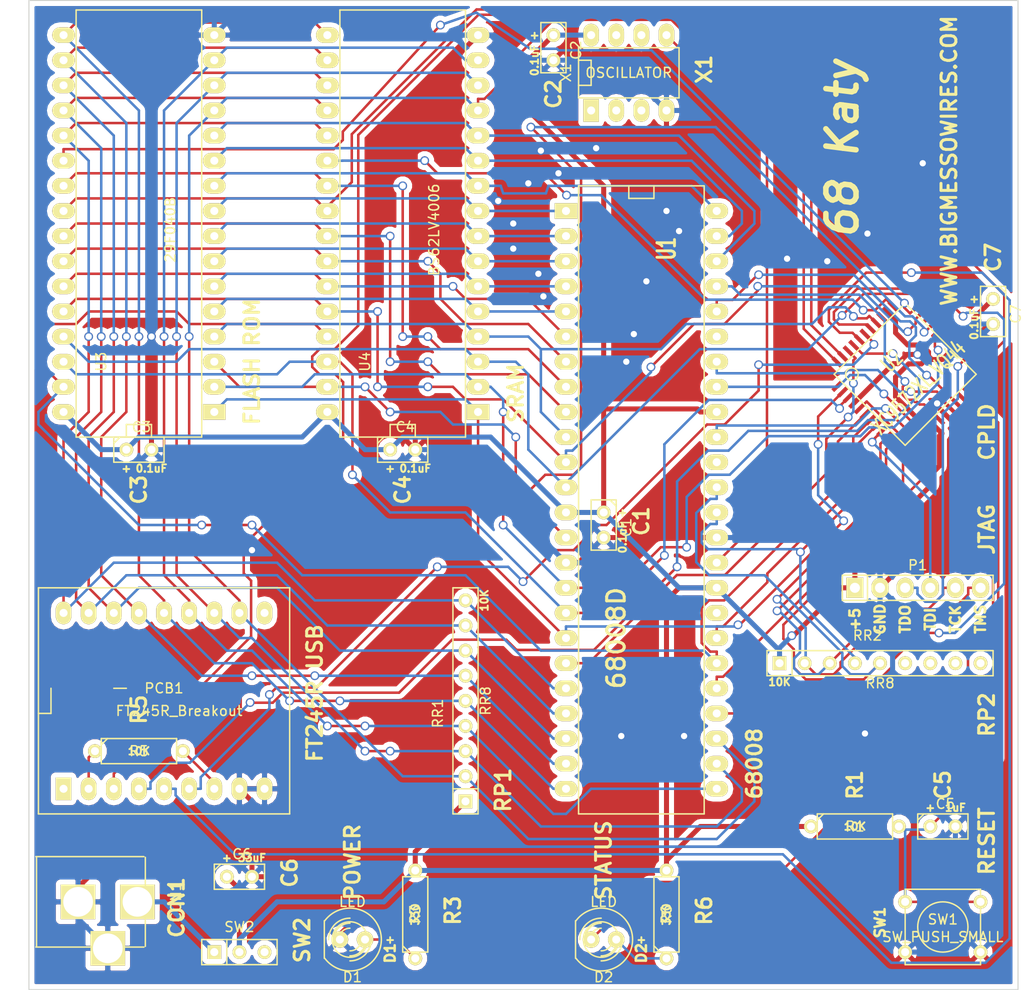
<source format=kicad_pcb>
(kicad_pcb (version 4) (host pcbnew "(2014-10-27 BZR 5228)-product")
  (layers (0 F.Cu signal) (31 B.Cu signal) (34 B.Paste user) (35 F.Paste user) (36 B.SilkS user) (37 F.SilkS user) (38 B.Mask user) (39 F.Mask user) (44 Edge.Cuts user))
  (net 0 "")
  (net 1 GND)
  (net 2 "Net-(U1-Pad32)")
  (net 3 "Net-(U1-Pad38)")
  (net 4 "Net-(U1-Pad43)")
  (net 5 "Net-(U2-Pad36)")
  (net 6 "Net-(U2-Pad28)")
  (net 7 "Net-(U2-Pad27)")
  (net 8 "Net-(U2-Pad23)")
  (net 9 "Net-(CON1-Pad1)")
  (net 10 "Net-(D1-Pad1)")
  (net 11 "Net-(D2-Pad1)")
  (net 12 +5V)
  (net 13 "Net-(RR2-Pad6)")
  (net 14 "Net-(RR2-Pad7)")
  (net 15 "Net-(RR2-Pad8)")
  (net 16 "Net-(RR2-Pad9)")
  (net 17 "Net-(SW2-Pad3)")
  (net 18 /D0)
  (net 19 "Net-(PCB1-Pad1)")
  (net 20 "Net-(PCB1-Pad2)")
  (net 21 "Net-(PCB1-Pad7)")
  (net 22 "Net-(PCB1-Pad10)")
  (net 23 /D1)
  (net 24 /D2)
  (net 25 /D3)
  (net 26 /D4)
  (net 27 /D5)
  (net 28 /D6)
  (net 29 /D7)
  (net 30 /TMS)
  (net 31 /TCK)
  (net 32 /HALT)
  (net 33 /RESET)
  (net 34 "Net-(X1-Pad1)")
  (net 35 /BTN)
  (net 36 /TDO)
  (net 37 /TDI)
  (net 38 /TXE)
  (net 39 /RXF)
  (net 40 /WR)
  (net 41 /RD)
  (net 42 /A3)
  (net 43 /A4)
  (net 44 /A5)
  (net 45 /A6)
  (net 46 /A7)
  (net 47 /A8)
  (net 48 /A9)
  (net 49 /A10)
  (net 50 /A11)
  (net 51 /A12)
  (net 52 /A13)
  (net 53 /A14)
  (net 54 /A15)
  (net 55 /A16)
  (net 56 /A17)
  (net 57 /A18)
  (net 58 /A19)
  (net 59 /AS)
  (net 60 /DS)
  (net 61 /RW)
  (net 62 /DTACK)
  (net 63 /VPA)
  (net 64 /IPL1)
  (net 65 /IPL2)
  (net 66 /FC1)
  (net 67 /FC0)
  (net 68 /A0)
  (net 69 /A1)
  (net 70 /A2)
  (net 71 /CEROM)
  (net 72 /OE)
  (net 73 /CERAM)
  (net 74 /CLK)
  (net 75 /STATUS)
  (module Sockets_DIP:DIP-48__600_ELL (layer F.Cu) (at 121.92 110.49 270)
    (fp_text reference U1 (at -25.4 -2.54 270) (layer F.SilkS) (effects (font (size 1.778 1.143) (thickness 0.3048))))
    (fp_text value 68008D (at 13.97 2.54 270) (layer F.SilkS) (effects (font (size 1.778 1.778) (thickness 0.3048))))
    (pad 1 thru_hole rect (at -29.21 7.62 270) (size 1.5748 2.286) (drill 0.8128) (layers *.Cu *.Mask F.SilkS) (net 42 /A3))
    (pad 2 thru_hole oval (at -26.67 7.62 270) (size 1.5748 2.286) (drill 0.8128) (layers *.Cu *.Mask F.SilkS) (net 43 /A4))
    (pad 3 thru_hole oval (at -24.13 7.62 270) (size 1.5748 2.286) (drill 0.8128) (layers *.Cu *.Mask F.SilkS) (net 44 /A5))
    (pad 4 thru_hole oval (at -21.59 7.62 270) (size 1.5748 2.286) (drill 0.8128) (layers *.Cu *.Mask F.SilkS) (net 45 /A6))
    (pad 5 thru_hole oval (at -19.05 7.62 270) (size 1.5748 2.286) (drill 0.8128) (layers *.Cu *.Mask F.SilkS) (net 46 /A7))
    (pad 6 thru_hole oval (at -16.51 7.62 270) (size 1.5748 2.286) (drill 0.8128) (layers *.Cu *.Mask F.SilkS) (net 47 /A8))
    (pad 7 thru_hole oval (at -13.97 7.62 270) (size 1.5748 2.286) (drill 0.8128) (layers *.Cu *.Mask F.SilkS) (net 48 /A9))
    (pad 8 thru_hole oval (at -11.43 7.62 270) (size 1.5748 2.286) (drill 0.8128) (layers *.Cu *.Mask F.SilkS) (net 49 /A10))
    (pad 9 thru_hole oval (at -8.89 7.62 270) (size 1.5748 2.286) (drill 0.8128) (layers *.Cu *.Mask F.SilkS) (net 50 /A11))
    (pad 10 thru_hole oval (at -6.35 7.62 270) (size 1.5748 2.286) (drill 0.8128) (layers *.Cu *.Mask F.SilkS) (net 51 /A12))
    (pad 11 thru_hole oval (at -3.81 7.62 270) (size 1.5748 2.286) (drill 0.8128) (layers *.Cu *.Mask F.SilkS) (net 52 /A13))
    (pad 12 thru_hole oval (at -1.27 7.62 270) (size 1.5748 2.286) (drill 0.8128) (layers *.Cu *.Mask F.SilkS) (net 53 /A14))
    (pad 13 thru_hole oval (at 1.27 7.62 270) (size 1.5748 2.286) (drill 0.8128) (layers *.Cu *.Mask F.SilkS) (net 12 +5V))
    (pad 14 thru_hole oval (at 3.81 7.62 270) (size 1.5748 2.286) (drill 0.8128) (layers *.Cu *.Mask F.SilkS) (net 54 /A15))
    (pad 15 thru_hole oval (at 6.35 7.62 270) (size 1.5748 2.286) (drill 0.8128) (layers *.Cu *.Mask F.SilkS) (net 1 GND))
    (pad 16 thru_hole oval (at 8.89 7.62 270) (size 1.5748 2.286) (drill 0.8128) (layers *.Cu *.Mask F.SilkS) (net 55 /A16))
    (pad 17 thru_hole oval (at 11.43 7.62 270) (size 1.5748 2.286) (drill 0.8128) (layers *.Cu *.Mask F.SilkS) (net 56 /A17))
    (pad 18 thru_hole oval (at 13.97 7.62 270) (size 1.5748 2.286) (drill 0.8128) (layers *.Cu *.Mask F.SilkS) (net 57 /A18))
    (pad 19 thru_hole oval (at 16.51 7.62 270) (size 1.5748 2.286) (drill 0.8128) (layers *.Cu *.Mask F.SilkS) (net 58 /A19))
    (pad 20 thru_hole oval (at 19.05 7.62 270) (size 1.5748 2.286) (drill 0.8128) (layers *.Cu *.Mask F.SilkS) (net 29 /D7))
    (pad 21 thru_hole oval (at 21.59 7.62 270) (size 1.5748 2.286) (drill 0.8128) (layers *.Cu *.Mask F.SilkS) (net 28 /D6))
    (pad 22 thru_hole oval (at 24.13 7.62 270) (size 1.5748 2.286) (drill 0.8128) (layers *.Cu *.Mask F.SilkS) (net 27 /D5))
    (pad 23 thru_hole oval (at 26.67 7.62 270) (size 1.5748 2.286) (drill 0.8128) (layers *.Cu *.Mask F.SilkS) (net 26 /D4))
    (pad 24 thru_hole oval (at 29.21 7.62 270) (size 1.5748 2.286) (drill 0.8128) (layers *.Cu *.Mask F.SilkS) (net 25 /D3))
    (pad 25 thru_hole oval (at 29.21 -7.62 270) (size 1.5748 2.286) (drill 0.8128) (layers *.Cu *.Mask F.SilkS) (net 24 /D2))
    (pad 26 thru_hole oval (at 26.67 -7.62 270) (size 1.5748 2.286) (drill 0.8128) (layers *.Cu *.Mask F.SilkS) (net 23 /D1))
    (pad 27 thru_hole oval (at 24.13 -7.62 270) (size 1.5748 2.286) (drill 0.8128) (layers *.Cu *.Mask F.SilkS) (net 18 /D0))
    (pad 28 thru_hole oval (at 21.59 -7.62 270) (size 1.5748 2.286) (drill 0.8128) (layers *.Cu *.Mask F.SilkS) (net 59 /AS))
    (pad 29 thru_hole oval (at 19.05 -7.62 270) (size 1.5748 2.286) (drill 0.8128) (layers *.Cu *.Mask F.SilkS) (net 60 /DS))
    (pad 30 thru_hole oval (at 16.51 -7.62 270) (size 1.5748 2.286) (drill 0.8128) (layers *.Cu *.Mask F.SilkS) (net 61 /RW))
    (pad 31 thru_hole oval (at 13.97 -7.62 270) (size 1.5748 2.286) (drill 0.8128) (layers *.Cu *.Mask F.SilkS) (net 62 /DTACK))
    (pad 32 thru_hole oval (at 11.43 -7.62 270) (size 1.5748 2.286) (drill 0.8128) (layers *.Cu *.Mask F.SilkS) (net 2 "Net-(U1-Pad32)"))
    (pad 33 thru_hole oval (at 8.89 -7.62 270) (size 1.5748 2.286) (drill 0.8128) (layers *.Cu *.Mask F.SilkS) (net 12 +5V))
    (pad 34 thru_hole oval (at 6.35 -7.62 270) (size 1.5748 2.286) (drill 0.8128) (layers *.Cu *.Mask F.SilkS) (net 74 /CLK))
    (pad 35 thru_hole oval (at 3.81 -7.62 270) (size 1.5748 2.286) (drill 0.8128) (layers *.Cu *.Mask F.SilkS) (net 1 GND))
    (pad 36 thru_hole oval (at 1.27 -7.62 270) (size 1.5748 2.286) (drill 0.8128) (layers *.Cu *.Mask F.SilkS) (net 32 /HALT))
    (pad 37 thru_hole oval (at -1.27 -7.62 270) (size 1.5748 2.286) (drill 0.8128) (layers *.Cu *.Mask F.SilkS) (net 33 /RESET))
    (pad 38 thru_hole oval (at -3.81 -7.62 270) (size 1.5748 2.286) (drill 0.8128) (layers *.Cu *.Mask F.SilkS) (net 3 "Net-(U1-Pad38)"))
    (pad 39 thru_hole oval (at -6.35 -7.62 270) (size 1.5748 2.286) (drill 0.8128) (layers *.Cu *.Mask F.SilkS) (net 63 /VPA))
    (pad 40 thru_hole oval (at -8.89 -7.62 270) (size 1.5748 2.286) (drill 0.8128) (layers *.Cu *.Mask F.SilkS) (net 12 +5V))
    (pad 41 thru_hole oval (at -11.43 -7.62 270) (size 1.5748 2.286) (drill 0.8128) (layers *.Cu *.Mask F.SilkS) (net 64 /IPL1))
    (pad 42 thru_hole oval (at -13.97 -7.62 270) (size 1.5748 2.286) (drill 0.8128) (layers *.Cu *.Mask F.SilkS) (net 65 /IPL2))
    (pad 43 thru_hole oval (at -16.51 -7.62 270) (size 1.5748 2.286) (drill 0.8128) (layers *.Cu *.Mask F.SilkS) (net 4 "Net-(U1-Pad43)"))
    (pad 44 thru_hole oval (at -19.05 -7.62 270) (size 1.5748 2.286) (drill 0.8128) (layers *.Cu *.Mask F.SilkS) (net 66 /FC1))
    (pad 45 thru_hole oval (at -21.59 -7.62 270) (size 1.5748 2.286) (drill 0.8128) (layers *.Cu *.Mask F.SilkS) (net 67 /FC0))
    (pad 46 thru_hole oval (at -24.13 -7.62 270) (size 1.5748 2.286) (drill 0.8128) (layers *.Cu *.Mask F.SilkS) (net 68 /A0))
    (pad 47 thru_hole oval (at -26.67 -7.62 270) (size 1.5748 2.286) (drill 0.8128) (layers *.Cu *.Mask F.SilkS) (net 69 /A1))
    (pad 48 thru_hole oval (at -29.21 -7.62 270) (size 1.5748 2.286) (drill 0.8128) (layers *.Cu *.Mask F.SilkS) (net 70 /A2))
  )
  (module SMD_Packages:VQFP-44 (layer F.Cu) (at 148.59 97.79 45)
    (fp_text reference U2 (at 0 -1.905 45) (layer F.SilkS) (effects (font (size 1.524 1.016) (thickness 0.2032))))
    (fp_text value XC9572XL_VQ44 (at 0 1.905 45) (layer F.SilkS) (effects (font (size 1.524 1.016) (thickness 0.2032))))
    (pad 39 smd rect (at 0 -5.715 135) (size 1.27 0.4064) (layers F.Cu F.Paste F.Mask) (net 41 /RD))
    (pad 40 smd rect (at -0.8001 -5.715 135) (size 1.27 0.4064) (layers F.Cu F.Paste F.Mask) (net 40 /WR))
    (pad 41 smd rect (at -1.6002 -5.715 135) (size 1.27 0.4064) (layers F.Cu F.Paste F.Mask) (net 39 /RXF))
    (pad 42 smd rect (at -2.4003 -5.715 135) (size 1.27 0.4064) (layers F.Cu F.Paste F.Mask) (net 58 /A19))
    (pad 43 smd rect (at -3.2004 -5.715 135) (size 1.27 0.4064) (layers F.Cu F.Paste F.Mask) (net 38 /TXE))
    (pad 44 smd rect (at -4.0005 -5.715 135) (size 1.27 0.4064) (layers F.Cu F.Paste F.Mask) (net 18 /D0))
    (pad 38 smd rect (at 0.8001 -5.715 135) (size 1.27 0.4064) (layers F.Cu F.Paste F.Mask) (net 59 /AS))
    (pad 37 smd rect (at 1.6002 -5.715 135) (size 1.27 0.4064) (layers F.Cu F.Paste F.Mask) (net 51 /A12))
    (pad 36 smd rect (at 2.4003 -5.715 135) (size 1.27 0.4064) (layers F.Cu F.Paste F.Mask) (net 5 "Net-(U2-Pad36)"))
    (pad 35 smd rect (at 3.2004 -5.715 135) (size 1.27 0.4064) (layers F.Cu F.Paste F.Mask) (net 12 +5V))
    (pad 34 smd rect (at 4.0005 -5.715 135) (size 1.27 0.4064) (layers F.Cu F.Paste F.Mask) (net 73 /CERAM))
    (pad 17 smd rect (at 0 5.715 45) (size 0.4064 1.27) (layers F.Cu F.Paste F.Mask) (net 1 GND))
    (pad 16 smd rect (at -0.8001 5.715 45) (size 0.4064 1.27) (layers F.Cu F.Paste F.Mask) (net 67 /FC0))
    (pad 15 smd rect (at -1.6002 5.715 45) (size 0.4064 1.27) (layers F.Cu F.Paste F.Mask) (net 12 +5V))
    (pad 14 smd rect (at -2.4003 5.715 45) (size 0.4064 1.27) (layers F.Cu F.Paste F.Mask) (net 64 /IPL1))
    (pad 13 smd rect (at -3.2004 5.715 45) (size 0.4064 1.27) (layers F.Cu F.Paste F.Mask) (net 63 /VPA))
    (pad 12 smd rect (at -4.0005 5.715 45) (size 0.4064 1.27) (layers F.Cu F.Paste F.Mask) (net 33 /RESET))
    (pad 18 smd rect (at 0.8001 5.715 45) (size 0.4064 1.27) (layers F.Cu F.Paste F.Mask) (net 65 /IPL2))
    (pad 19 smd rect (at 1.6002 5.715 45) (size 0.4064 1.27) (layers F.Cu F.Paste F.Mask) (net 66 /FC1))
    (pad 20 smd rect (at 2.4003 5.715 45) (size 0.4064 1.27) (layers F.Cu F.Paste F.Mask) (net 75 /STATUS))
    (pad 21 smd rect (at 3.2004 5.715 45) (size 0.4064 1.27) (layers F.Cu F.Paste F.Mask) (net 35 /BTN))
    (pad 22 smd rect (at 4.0005 5.715 45) (size 0.4064 1.27) (layers F.Cu F.Paste F.Mask) (net 72 /OE))
    (pad 6 smd rect (at -5.715 0 45) (size 1.27 0.4064) (layers F.Cu F.Paste F.Mask) (net 61 /RW))
    (pad 28 smd rect (at 5.715 0 45) (size 1.27 0.4064) (layers F.Cu F.Paste F.Mask) (net 6 "Net-(U2-Pad28)"))
    (pad 7 smd rect (at -5.715 0.8001 45) (size 1.27 0.4064) (layers F.Cu F.Paste F.Mask) (net 62 /DTACK))
    (pad 27 smd rect (at 5.715 0.8001 45) (size 1.27 0.4064) (layers F.Cu F.Paste F.Mask) (net 7 "Net-(U2-Pad27)"))
    (pad 26 smd rect (at 5.715 1.6002 45) (size 1.27 0.4064) (layers F.Cu F.Paste F.Mask) (net 12 +5V))
    (pad 8 smd rect (at -5.715 1.6002 45) (size 1.27 0.4064) (layers F.Cu F.Paste F.Mask) (net 32 /HALT))
    (pad 9 smd rect (at -5.715 2.4003 45) (size 1.27 0.4064) (layers F.Cu F.Paste F.Mask) (net 37 /TDI))
    (pad 25 smd rect (at 5.715 2.4003 45) (size 1.27 0.4064) (layers F.Cu F.Paste F.Mask) (net 1 GND))
    (pad 24 smd rect (at 5.715 3.2004 45) (size 1.27 0.4064) (layers F.Cu F.Paste F.Mask) (net 36 /TDO))
    (pad 10 smd rect (at -5.715 3.2004 45) (size 1.27 0.4064) (layers F.Cu F.Paste F.Mask) (net 30 /TMS))
    (pad 11 smd rect (at -5.715 4.0005 45) (size 1.27 0.4064) (layers F.Cu F.Paste F.Mask) (net 31 /TCK))
    (pad 23 smd rect (at 5.715 4.0005 45) (size 1.27 0.4064) (layers F.Cu F.Paste F.Mask) (net 8 "Net-(U2-Pad23)"))
    (pad 29 smd rect (at 5.715 -0.8001 45) (size 1.27 0.4064) (layers F.Cu F.Paste F.Mask) (net 55 /A16))
    (pad 5 smd rect (at -5.715 -0.8001 45) (size 1.27 0.4064) (layers F.Cu F.Paste F.Mask) (net 60 /DS))
    (pad 4 smd rect (at -5.715 -1.6002 45) (size 1.27 0.4064) (layers F.Cu F.Paste F.Mask) (net 1 GND))
    (pad 30 smd rect (at 5.715 -1.6002 45) (size 1.27 0.4064) (layers F.Cu F.Paste F.Mask) (net 54 /A15))
    (pad 31 smd rect (at 5.715 -2.4003 45) (size 1.27 0.4064) (layers F.Cu F.Paste F.Mask) (net 53 /A14))
    (pad 3 smd rect (at -5.715 -2.4003 45) (size 1.27 0.4064) (layers F.Cu F.Paste F.Mask) (net 56 /A17))
    (pad 2 smd rect (at -5.715 -3.2004 45) (size 1.27 0.4064) (layers F.Cu F.Paste F.Mask) (net 57 /A18))
    (pad 32 smd rect (at 5.715 -3.2004 45) (size 1.27 0.4064) (layers F.Cu F.Paste F.Mask) (net 52 /A13))
    (pad 33 smd rect (at 5.715 -4.0005 45) (size 1.27 0.4064) (layers F.Cu F.Paste F.Mask) (net 71 /CEROM))
    (pad 1 smd rect (at -5.715 -4.0005 45) (size 1.27 0.4064) (layers F.Cu F.Paste F.Mask) (net 74 /CLK))
  )
  (module Discret:C1 (layer F.Cu) (at 118.11 113.03 270)
    (fp_text reference C1 (at 0.254 -2.286 270) (layer F.SilkS))
    (fp_text value 0.1uF hide)
    (pad 1 thru_hole circle (at -1.27 0 270) (size 1.397 1.397) (drill 0.8128) (layers *.Cu *.Mask F.SilkS) (net 12 +5V))
    (pad 2 thru_hole circle (at 1.27 0 270) (size 1.397 1.397) (drill 0.8128) (layers *.Cu *.Mask F.SilkS) (net 1 GND))
  )
  (module Discret:C1 (layer F.Cu) (at 113.03 64.77 270)
    (fp_text reference C2 (at 0.254 -2.286 270) (layer F.SilkS))
    (fp_text value 0.1uF hide)
    (pad 1 thru_hole circle (at -1.27 0 270) (size 1.397 1.397) (drill 0.8128) (layers *.Cu *.Mask F.SilkS) (net 12 +5V))
    (pad 2 thru_hole circle (at 1.27 0 270) (size 1.397 1.397) (drill 0.8128) (layers *.Cu *.Mask F.SilkS) (net 1 GND))
  )
  (module Discret:C1 (layer F.Cu) (at 71.12 105.41)
    (fp_text reference C3 (at 0.254 -2.286) (layer F.SilkS))
    (fp_text value 0.1uF hide)
    (pad 1 thru_hole circle (at -1.27 0) (size 1.397 1.397) (drill 0.8128) (layers *.Cu *.Mask F.SilkS) (net 12 +5V))
    (pad 2 thru_hole circle (at 1.27 0) (size 1.397 1.397) (drill 0.8128) (layers *.Cu *.Mask F.SilkS) (net 1 GND))
  )
  (module Discret:C1 (layer F.Cu) (at 97.79 105.41)
    (fp_text reference C4 (at 0.254 -2.286) (layer F.SilkS))
    (fp_text value 0.1uF hide)
    (pad 1 thru_hole circle (at -1.27 0) (size 1.397 1.397) (drill 0.8128) (layers *.Cu *.Mask F.SilkS) (net 12 +5V))
    (pad 2 thru_hole circle (at 1.27 0) (size 1.397 1.397) (drill 0.8128) (layers *.Cu *.Mask F.SilkS) (net 1 GND))
  )
  (module Discret:C1 (layer F.Cu) (at 152.4 143.51)
    (fp_text reference C5 (at 0.254 -2.286) (layer F.SilkS))
    (fp_text value 1uF hide)
    (pad 1 thru_hole circle (at -1.27 0) (size 1.397 1.397) (drill 0.8128) (layers *.Cu *.Mask F.SilkS) (net 35 /BTN))
    (pad 2 thru_hole circle (at 1.27 0) (size 1.397 1.397) (drill 0.8128) (layers *.Cu *.Mask F.SilkS) (net 1 GND))
  )
  (module Discret:C1 (layer F.Cu) (at 81.28 148.59)
    (fp_text reference C6 (at 0.254 -2.286) (layer F.SilkS))
    (fp_text value 33uF hide)
    (pad 1 thru_hole circle (at -1.27 0) (size 1.397 1.397) (drill 0.8128) (layers *.Cu *.Mask F.SilkS) (net 12 +5V))
    (pad 2 thru_hole circle (at 1.27 0) (size 1.397 1.397) (drill 0.8128) (layers *.Cu *.Mask F.SilkS) (net 1 GND))
  )
  (module Discret:C1 (layer F.Cu) (at 157.48 91.44 270)
    (fp_text reference C7 (at 0.254 -2.286 270) (layer F.SilkS))
    (fp_text value 0.1uF hide)
    (pad 1 thru_hole circle (at -1.27 0 270) (size 1.397 1.397) (drill 0.8128) (layers *.Cu *.Mask F.SilkS) (net 12 +5V))
    (pad 2 thru_hole circle (at 1.27 0 270) (size 1.397 1.397) (drill 0.8128) (layers *.Cu *.Mask F.SilkS) (net 1 GND))
  )
  (module LEDs:LED-5MM (layer F.Cu) (at 92.71 154.94 180)
    (fp_text reference D1 (at 0 -3.81 180) (layer F.SilkS))
    (fp_text value LED (at 0 3.81 180) (layer F.SilkS))
    (pad 1 thru_hole circle (at -1.27 0 180) (size 1.6764 1.6764) (drill 0.8128) (layers *.Cu *.Mask F.SilkS) (net 10 "Net-(D1-Pad1)"))
    (pad 2 thru_hole circle (at 1.27 0 180) (size 1.6764 1.6764) (drill 0.8128) (layers *.Cu *.Mask F.SilkS) (net 1 GND))
  )
  (module LEDs:LED-5MM (layer F.Cu) (at 118.11 154.94 180)
    (fp_text reference D2 (at 0 -3.81 180) (layer F.SilkS))
    (fp_text value LED (at 0 3.81 180) (layer F.SilkS))
    (pad 1 thru_hole circle (at -1.27 0 180) (size 1.6764 1.6764) (drill 0.8128) (layers *.Cu *.Mask F.SilkS) (net 11 "Net-(D2-Pad1)"))
    (pad 2 thru_hole circle (at 1.27 0 180) (size 1.6764 1.6764) (drill 0.8128) (layers *.Cu *.Mask F.SilkS) (net 75 /STATUS))
  )
  (module Pin_Headers:Pin_Header_Straight_1x06 (layer F.Cu) (at 149.86 119.38)
    (fp_text reference P1 (at 0 -2.286) (layer F.SilkS))
    (fp_text value CONN_01X06 hide)
    (pad 1 thru_hole rect (at -6.35 0) (size 1.7272 2.032) (drill 1.016) (layers *.Cu *.Mask F.SilkS) (net 12 +5V))
    (pad 2 thru_hole oval (at -3.81 0) (size 1.7272 2.032) (drill 1.016) (layers *.Cu *.Mask F.SilkS) (net 1 GND))
    (pad 3 thru_hole oval (at -1.27 0) (size 1.7272 2.032) (drill 1.016) (layers *.Cu *.Mask F.SilkS) (net 36 /TDO))
    (pad 4 thru_hole oval (at 1.27 0) (size 1.7272 2.032) (drill 1.016) (layers *.Cu *.Mask F.SilkS) (net 37 /TDI))
    (pad 5 thru_hole oval (at 3.81 0) (size 1.7272 2.032) (drill 1.016) (layers *.Cu *.Mask F.SilkS) (net 31 /TCK))
    (pad 6 thru_hole oval (at 6.35 0) (size 1.7272 2.032) (drill 1.016) (layers *.Cu *.Mask F.SilkS) (net 30 /TMS))
  )
  (module Discret:r_pack8 (layer F.Cu) (at 104.14 130.81 90)
    (fp_text reference RR1 (at -1.27 -2.794 90) (layer F.SilkS))
    (fp_text value RR8 (at 0 2.032 90) (layer F.SilkS))
    (pad 1 thru_hole rect (at -10.16 0 90) (size 1.397 1.397) (drill 0.8128) (layers *.Cu *.Mask F.SilkS) (net 12 +5V))
    (pad 2 thru_hole circle (at -7.62 0 90) (size 1.397 1.397) (drill 0.8128) (layers *.Cu *.Mask F.SilkS) (net 18 /D0))
    (pad 3 thru_hole circle (at -5.08 0 90) (size 1.397 1.397) (drill 0.8128) (layers *.Cu *.Mask F.SilkS) (net 23 /D1))
    (pad 4 thru_hole circle (at -2.54 0 90) (size 1.397 1.397) (drill 0.8128) (layers *.Cu *.Mask F.SilkS) (net 24 /D2))
    (pad 5 thru_hole circle (at 0 0 90) (size 1.397 1.397) (drill 0.8128) (layers *.Cu *.Mask F.SilkS) (net 25 /D3))
    (pad 6 thru_hole circle (at 2.54 0 90) (size 1.397 1.397) (drill 0.8128) (layers *.Cu *.Mask F.SilkS) (net 26 /D4))
    (pad 7 thru_hole circle (at 5.08 0 90) (size 1.397 1.397) (drill 0.8128) (layers *.Cu *.Mask F.SilkS) (net 27 /D5))
    (pad 8 thru_hole circle (at 7.62 0 90) (size 1.397 1.397) (drill 0.8128) (layers *.Cu *.Mask F.SilkS) (net 28 /D6))
    (pad 9 thru_hole circle (at 10.16 0 90) (size 1.397 1.397) (drill 0.8128) (layers *.Cu *.Mask F.SilkS) (net 29 /D7))
  )
  (module Discret:r_pack8 (layer F.Cu) (at 146.05 127)
    (fp_text reference RR2 (at -1.27 -2.794) (layer F.SilkS))
    (fp_text value RR8 (at 0 2.032) (layer F.SilkS))
    (pad 1 thru_hole rect (at -10.16 0) (size 1.397 1.397) (drill 0.8128) (layers *.Cu *.Mask F.SilkS) (net 12 +5V))
    (pad 2 thru_hole circle (at -7.62 0) (size 1.397 1.397) (drill 0.8128) (layers *.Cu *.Mask F.SilkS) (net 30 /TMS))
    (pad 3 thru_hole circle (at -5.08 0) (size 1.397 1.397) (drill 0.8128) (layers *.Cu *.Mask F.SilkS) (net 31 /TCK))
    (pad 4 thru_hole circle (at -2.54 0) (size 1.397 1.397) (drill 0.8128) (layers *.Cu *.Mask F.SilkS) (net 32 /HALT))
    (pad 5 thru_hole circle (at 0 0) (size 1.397 1.397) (drill 0.8128) (layers *.Cu *.Mask F.SilkS) (net 33 /RESET))
    (pad 6 thru_hole circle (at 2.54 0) (size 1.397 1.397) (drill 0.8128) (layers *.Cu *.Mask F.SilkS) (net 13 "Net-(RR2-Pad6)"))
    (pad 7 thru_hole circle (at 5.08 0) (size 1.397 1.397) (drill 0.8128) (layers *.Cu *.Mask F.SilkS) (net 14 "Net-(RR2-Pad7)"))
    (pad 8 thru_hole circle (at 7.62 0) (size 1.397 1.397) (drill 0.8128) (layers *.Cu *.Mask F.SilkS) (net 15 "Net-(RR2-Pad8)"))
    (pad 9 thru_hole circle (at 10.16 0) (size 1.397 1.397) (drill 0.8128) (layers *.Cu *.Mask F.SilkS) (net 16 "Net-(RR2-Pad9)"))
  )
  (module Discret:SW_PUSH_SMALL (layer F.Cu) (at 152.4 153.67)
    (fp_text reference SW1 (at 0 -0.762) (layer F.SilkS))
    (fp_text value SW_PUSH_SMALL (at 0 1.016) (layer F.SilkS))
    (pad 1 thru_hole circle (at 3.81 -2.54) (size 1.397 1.397) (drill 0.8128) (layers *.Cu *.Mask F.SilkS) (net 35 /BTN))
    (pad 2 thru_hole circle (at 3.81 2.54) (size 1.397 1.397) (drill 0.8128) (layers *.Cu *.Mask F.SilkS) (net 1 GND))
    (pad 1 thru_hole circle (at -3.81 -2.54) (size 1.397 1.397) (drill 0.8128) (layers *.Cu *.Mask F.SilkS) (net 35 /BTN))
    (pad 2 thru_hole circle (at -3.81 2.54) (size 1.397 1.397) (drill 0.8128) (layers *.Cu *.Mask F.SilkS) (net 1 GND))
  )
  (module Discret:MICROSWITCH_SPST (layer F.Cu) (at 81.28 156.21)
    (fp_text reference SW2 (at 0 -2.54) (layer F.SilkS))
    (fp_text value SWITCH_INV hide)
    (pad 1 thru_hole rect (at -2.54 0) (size 1.397 1.397) (drill 0.8128) (layers *.Cu *.Mask F.SilkS) (net 9 "Net-(CON1-Pad1)"))
    (pad 2 thru_hole circle (at 0 0) (size 1.397 1.397) (drill 0.8128) (layers *.Cu *.Mask F.SilkS) (net 12 +5V))
    (pad 3 thru_hole circle (at 2.54 0) (size 1.397 1.397) (drill 0.8128) (layers *.Cu *.Mask F.SilkS) (net 17 "Net-(SW2-Pad3)"))
  )
  (module Sockets_DIP:DIP-32__600_ELL (layer F.Cu) (at 71.12 82.55 90)
    (fp_text reference U3 (at -13.97 -3.81 90) (layer F.SilkS))
    (fp_text value 29F040B (at -0.635 3.175 90) (layer F.SilkS))
    (pad 1 thru_hole rect (at -19.05 7.62 90) (size 1.5748 2.286) (drill 0.8128) (layers *.Cu *.Mask F.SilkS) (net 57 /A18))
    (pad 2 thru_hole oval (at -16.51 7.62 90) (size 1.5748 2.286) (drill 0.8128) (layers *.Cu *.Mask F.SilkS) (net 55 /A16))
    (pad 3 thru_hole oval (at -13.97 7.62 90) (size 1.5748 2.286) (drill 0.8128) (layers *.Cu *.Mask F.SilkS) (net 54 /A15))
    (pad 4 thru_hole oval (at -11.43 7.62 90) (size 1.5748 2.286) (drill 0.8128) (layers *.Cu *.Mask F.SilkS) (net 51 /A12))
    (pad 5 thru_hole oval (at -8.89 7.62 90) (size 1.5748 2.286) (drill 0.8128) (layers *.Cu *.Mask F.SilkS) (net 46 /A7))
    (pad 6 thru_hole oval (at -6.35 7.62 90) (size 1.5748 2.286) (drill 0.8128) (layers *.Cu *.Mask F.SilkS) (net 45 /A6))
    (pad 7 thru_hole oval (at -3.81 7.62 90) (size 1.5748 2.286) (drill 0.8128) (layers *.Cu *.Mask F.SilkS) (net 44 /A5))
    (pad 8 thru_hole oval (at -1.27 7.62 90) (size 1.5748 2.286) (drill 0.8128) (layers *.Cu *.Mask F.SilkS) (net 43 /A4))
    (pad 9 thru_hole oval (at 1.27 7.62 90) (size 1.5748 2.286) (drill 0.8128) (layers *.Cu *.Mask F.SilkS) (net 42 /A3))
    (pad 10 thru_hole oval (at 3.81 7.62 90) (size 1.5748 2.286) (drill 0.8128) (layers *.Cu *.Mask F.SilkS) (net 70 /A2))
    (pad 11 thru_hole oval (at 6.35 7.62 90) (size 1.5748 2.286) (drill 0.8128) (layers *.Cu *.Mask F.SilkS) (net 69 /A1))
    (pad 12 thru_hole oval (at 8.89 7.62 90) (size 1.5748 2.286) (drill 0.8128) (layers *.Cu *.Mask F.SilkS) (net 68 /A0))
    (pad 13 thru_hole oval (at 11.43 7.62 90) (size 1.5748 2.286) (drill 0.8128) (layers *.Cu *.Mask F.SilkS) (net 18 /D0))
    (pad 14 thru_hole oval (at 13.97 7.62 90) (size 1.5748 2.286) (drill 0.8128) (layers *.Cu *.Mask F.SilkS) (net 23 /D1))
    (pad 15 thru_hole oval (at 16.51 7.62 90) (size 1.5748 2.286) (drill 0.8128) (layers *.Cu *.Mask F.SilkS) (net 24 /D2))
    (pad 16 thru_hole oval (at 19.05 7.62 90) (size 1.5748 2.286) (drill 0.8128) (layers *.Cu *.Mask F.SilkS) (net 1 GND))
    (pad 17 thru_hole oval (at 19.05 -7.62 90) (size 1.5748 2.286) (drill 0.8128) (layers *.Cu *.Mask F.SilkS) (net 25 /D3))
    (pad 18 thru_hole oval (at 16.51 -7.62 90) (size 1.5748 2.286) (drill 0.8128) (layers *.Cu *.Mask F.SilkS) (net 26 /D4))
    (pad 19 thru_hole oval (at 13.97 -7.62 90) (size 1.5748 2.286) (drill 0.8128) (layers *.Cu *.Mask F.SilkS) (net 27 /D5))
    (pad 20 thru_hole oval (at 11.43 -7.62 90) (size 1.5748 2.286) (drill 0.8128) (layers *.Cu *.Mask F.SilkS) (net 28 /D6))
    (pad 21 thru_hole oval (at 8.89 -7.62 90) (size 1.5748 2.286) (drill 0.8128) (layers *.Cu *.Mask F.SilkS) (net 29 /D7))
    (pad 22 thru_hole oval (at 6.35 -7.62 90) (size 1.5748 2.286) (drill 0.8128) (layers *.Cu *.Mask F.SilkS) (net 71 /CEROM))
    (pad 23 thru_hole oval (at 3.81 -7.62 90) (size 1.5748 2.286) (drill 0.8128) (layers *.Cu *.Mask F.SilkS) (net 49 /A10))
    (pad 24 thru_hole oval (at 1.27 -7.62 90) (size 1.5748 2.286) (drill 0.8128) (layers *.Cu *.Mask F.SilkS) (net 72 /OE))
    (pad 25 thru_hole oval (at -1.27 -7.62 90) (size 1.5748 2.286) (drill 0.8128) (layers *.Cu *.Mask F.SilkS) (net 50 /A11))
    (pad 26 thru_hole oval (at -3.81 -7.62 90) (size 1.5748 2.286) (drill 0.8128) (layers *.Cu *.Mask F.SilkS) (net 48 /A9))
    (pad 27 thru_hole oval (at -6.35 -7.62 90) (size 1.5748 2.286) (drill 0.8128) (layers *.Cu *.Mask F.SilkS) (net 47 /A8))
    (pad 28 thru_hole oval (at -8.89 -7.62 90) (size 1.5748 2.286) (drill 0.8128) (layers *.Cu *.Mask F.SilkS) (net 52 /A13))
    (pad 29 thru_hole oval (at -11.43 -7.62 90) (size 1.5748 2.286) (drill 0.8128) (layers *.Cu *.Mask F.SilkS) (net 53 /A14))
    (pad 30 thru_hole oval (at -13.97 -7.62 90) (size 1.5748 2.286) (drill 0.8128) (layers *.Cu *.Mask F.SilkS) (net 56 /A17))
    (pad 31 thru_hole oval (at -16.51 -7.62 90) (size 1.5748 2.286) (drill 0.8128) (layers *.Cu *.Mask F.SilkS) (net 61 /RW))
    (pad 32 thru_hole oval (at -19.05 -7.62 90) (size 1.5748 2.286) (drill 0.8128) (layers *.Cu *.Mask F.SilkS) (net 12 +5V))
  )
  (module Sockets_DIP:DIP-32__600_ELL (layer F.Cu) (at 97.79 82.55 90)
    (fp_text reference U4 (at -13.97 -3.81 90) (layer F.SilkS))
    (fp_text value BS62LV4006 (at -0.635 3.175 90) (layer F.SilkS))
    (pad 1 thru_hole rect (at -19.05 7.62 90) (size 1.5748 2.286) (drill 0.8128) (layers *.Cu *.Mask F.SilkS) (net 57 /A18))
    (pad 2 thru_hole oval (at -16.51 7.62 90) (size 1.5748 2.286) (drill 0.8128) (layers *.Cu *.Mask F.SilkS) (net 55 /A16))
    (pad 3 thru_hole oval (at -13.97 7.62 90) (size 1.5748 2.286) (drill 0.8128) (layers *.Cu *.Mask F.SilkS) (net 53 /A14))
    (pad 4 thru_hole oval (at -11.43 7.62 90) (size 1.5748 2.286) (drill 0.8128) (layers *.Cu *.Mask F.SilkS) (net 51 /A12))
    (pad 5 thru_hole oval (at -8.89 7.62 90) (size 1.5748 2.286) (drill 0.8128) (layers *.Cu *.Mask F.SilkS) (net 46 /A7))
    (pad 6 thru_hole oval (at -6.35 7.62 90) (size 1.5748 2.286) (drill 0.8128) (layers *.Cu *.Mask F.SilkS) (net 45 /A6))
    (pad 7 thru_hole oval (at -3.81 7.62 90) (size 1.5748 2.286) (drill 0.8128) (layers *.Cu *.Mask F.SilkS) (net 44 /A5))
    (pad 8 thru_hole oval (at -1.27 7.62 90) (size 1.5748 2.286) (drill 0.8128) (layers *.Cu *.Mask F.SilkS) (net 43 /A4))
    (pad 9 thru_hole oval (at 1.27 7.62 90) (size 1.5748 2.286) (drill 0.8128) (layers *.Cu *.Mask F.SilkS) (net 42 /A3))
    (pad 10 thru_hole oval (at 3.81 7.62 90) (size 1.5748 2.286) (drill 0.8128) (layers *.Cu *.Mask F.SilkS) (net 70 /A2))
    (pad 11 thru_hole oval (at 6.35 7.62 90) (size 1.5748 2.286) (drill 0.8128) (layers *.Cu *.Mask F.SilkS) (net 69 /A1))
    (pad 12 thru_hole oval (at 8.89 7.62 90) (size 1.5748 2.286) (drill 0.8128) (layers *.Cu *.Mask F.SilkS) (net 68 /A0))
    (pad 13 thru_hole oval (at 11.43 7.62 90) (size 1.5748 2.286) (drill 0.8128) (layers *.Cu *.Mask F.SilkS) (net 18 /D0))
    (pad 14 thru_hole oval (at 13.97 7.62 90) (size 1.5748 2.286) (drill 0.8128) (layers *.Cu *.Mask F.SilkS) (net 23 /D1))
    (pad 15 thru_hole oval (at 16.51 7.62 90) (size 1.5748 2.286) (drill 0.8128) (layers *.Cu *.Mask F.SilkS) (net 24 /D2))
    (pad 16 thru_hole oval (at 19.05 7.62 90) (size 1.5748 2.286) (drill 0.8128) (layers *.Cu *.Mask F.SilkS) (net 1 GND))
    (pad 17 thru_hole oval (at 19.05 -7.62 90) (size 1.5748 2.286) (drill 0.8128) (layers *.Cu *.Mask F.SilkS) (net 25 /D3))
    (pad 18 thru_hole oval (at 16.51 -7.62 90) (size 1.5748 2.286) (drill 0.8128) (layers *.Cu *.Mask F.SilkS) (net 26 /D4))
    (pad 19 thru_hole oval (at 13.97 -7.62 90) (size 1.5748 2.286) (drill 0.8128) (layers *.Cu *.Mask F.SilkS) (net 27 /D5))
    (pad 20 thru_hole oval (at 11.43 -7.62 90) (size 1.5748 2.286) (drill 0.8128) (layers *.Cu *.Mask F.SilkS) (net 28 /D6))
    (pad 21 thru_hole oval (at 8.89 -7.62 90) (size 1.5748 2.286) (drill 0.8128) (layers *.Cu *.Mask F.SilkS) (net 29 /D7))
    (pad 22 thru_hole oval (at 6.35 -7.62 90) (size 1.5748 2.286) (drill 0.8128) (layers *.Cu *.Mask F.SilkS) (net 73 /CERAM))
    (pad 23 thru_hole oval (at 3.81 -7.62 90) (size 1.5748 2.286) (drill 0.8128) (layers *.Cu *.Mask F.SilkS) (net 49 /A10))
    (pad 24 thru_hole oval (at 1.27 -7.62 90) (size 1.5748 2.286) (drill 0.8128) (layers *.Cu *.Mask F.SilkS) (net 72 /OE))
    (pad 25 thru_hole oval (at -1.27 -7.62 90) (size 1.5748 2.286) (drill 0.8128) (layers *.Cu *.Mask F.SilkS) (net 50 /A11))
    (pad 26 thru_hole oval (at -3.81 -7.62 90) (size 1.5748 2.286) (drill 0.8128) (layers *.Cu *.Mask F.SilkS) (net 48 /A9))
    (pad 27 thru_hole oval (at -6.35 -7.62 90) (size 1.5748 2.286) (drill 0.8128) (layers *.Cu *.Mask F.SilkS) (net 47 /A8))
    (pad 28 thru_hole oval (at -8.89 -7.62 90) (size 1.5748 2.286) (drill 0.8128) (layers *.Cu *.Mask F.SilkS) (net 52 /A13))
    (pad 29 thru_hole oval (at -11.43 -7.62 90) (size 1.5748 2.286) (drill 0.8128) (layers *.Cu *.Mask F.SilkS) (net 61 /RW))
    (pad 30 thru_hole oval (at -13.97 -7.62 90) (size 1.5748 2.286) (drill 0.8128) (layers *.Cu *.Mask F.SilkS) (net 56 /A17))
    (pad 31 thru_hole oval (at -16.51 -7.62 90) (size 1.5748 2.286) (drill 0.8128) (layers *.Cu *.Mask F.SilkS) (net 54 /A15))
    (pad 32 thru_hole oval (at -19.05 -7.62 90) (size 1.5748 2.286) (drill 0.8128) (layers *.Cu *.Mask F.SilkS) (net 12 +5V))
  )
  (module BMOW:FT245_Breakout (layer F.Cu) (at 73.66 130.81)
    (fp_text reference PCB1 (at 0 -1.27) (layer F.SilkS))
    (fp_text value FT245R_Breakout (at 1.524 1.016) (layer F.SilkS))
    (pad 1 thru_hole rect (at -10.16 8.89) (size 1.5748 2.286) (drill 0.8128) (layers *.Cu *.Mask F.SilkS) (net 19 "Net-(PCB1-Pad1)"))
    (pad 2 thru_hole oval (at -7.62 8.89) (size 1.5748 2.286) (drill 0.8128) (layers *.Cu *.Mask F.SilkS) (net 20 "Net-(PCB1-Pad2)"))
    (pad 3 thru_hole oval (at -5.08 8.89) (size 1.5748 2.286) (drill 0.8128) (layers *.Cu *.Mask F.SilkS) (net 38 /TXE))
    (pad 4 thru_hole oval (at -2.54 8.89) (size 1.5748 2.286) (drill 0.8128) (layers *.Cu *.Mask F.SilkS) (net 39 /RXF))
    (pad 5 thru_hole oval (at 0 8.89) (size 1.5748 2.286) (drill 0.8128) (layers *.Cu *.Mask F.SilkS) (net 40 /WR))
    (pad 6 thru_hole oval (at 2.54 8.89) (size 1.5748 2.286) (drill 0.8128) (layers *.Cu *.Mask F.SilkS) (net 41 /RD))
    (pad 7 thru_hole oval (at 5.08 8.89) (size 1.5748 2.286) (drill 0.8128) (layers *.Cu *.Mask F.SilkS) (net 21 "Net-(PCB1-Pad7)"))
    (pad 8 thru_hole oval (at 7.62 8.89) (size 1.5748 2.286) (drill 0.8128) (layers *.Cu *.Mask F.SilkS) (net 1 GND))
    (pad 9 thru_hole oval (at 10.16 8.89) (size 1.5748 2.286) (drill 0.8128) (layers *.Cu *.Mask F.SilkS) (net 1 GND))
    (pad 10 thru_hole oval (at 10.16 -8.89) (size 1.5748 2.286) (drill 0.8128) (layers *.Cu *.Mask F.SilkS) (net 22 "Net-(PCB1-Pad10)"))
    (pad 11 thru_hole oval (at 7.62 -8.89) (size 1.5748 2.286) (drill 0.8128) (layers *.Cu *.Mask F.SilkS) (net 18 /D0))
    (pad 12 thru_hole oval (at 5.08 -8.89) (size 1.5748 2.286) (drill 0.8128) (layers *.Cu *.Mask F.SilkS) (net 23 /D1))
    (pad 13 thru_hole oval (at 2.54 -8.89) (size 1.5748 2.286) (drill 0.8128) (layers *.Cu *.Mask F.SilkS) (net 24 /D2))
    (pad 14 thru_hole oval (at 0 -8.89) (size 1.5748 2.286) (drill 0.8128) (layers *.Cu *.Mask F.SilkS) (net 25 /D3))
    (pad 15 thru_hole oval (at -2.54 -8.89) (size 1.5748 2.286) (drill 0.8128) (layers *.Cu *.Mask F.SilkS) (net 26 /D4))
    (pad 16 thru_hole oval (at -5.08 -8.89) (size 1.5748 2.286) (drill 0.8128) (layers *.Cu *.Mask F.SilkS) (net 27 /D5))
    (pad 17 thru_hole oval (at -7.62 -8.89) (size 1.5748 2.286) (drill 0.8128) (layers *.Cu *.Mask F.SilkS) (net 28 /D6))
    (pad 18 thru_hole oval (at -10.16 -8.89) (size 1.5748 2.286) (drill 0.8128) (layers *.Cu *.Mask F.SilkS) (net 29 /D7))
  )
  (module Discret:R3-5 (layer F.Cu) (at 99.06 152.4 90)
    (fp_text reference R3 (at 0 0 90) (layer F.SilkS))
    (fp_text value 330 hide)
    (pad 1 thru_hole circle (at -4.445 0 90) (size 1.397 1.397) (drill 0.8128) (layers *.Cu *.Mask F.SilkS) (net 10 "Net-(D1-Pad1)"))
    (pad 2 thru_hole circle (at 4.445 0 90) (size 1.397 1.397) (drill 0.8128) (layers *.Cu *.Mask F.SilkS) (net 12 +5V))
  )
  (module Discret:R3-5 (layer F.Cu) (at 71.12 135.89)
    (fp_text reference R5 (at 0 0) (layer F.SilkS))
    (fp_text value 10K hide)
    (pad 1 thru_hole circle (at -4.445 0) (size 1.397 1.397) (drill 0.8128) (layers *.Cu *.Mask F.SilkS) (net 20 "Net-(PCB1-Pad2)"))
    (pad 2 thru_hole circle (at 4.445 0) (size 1.397 1.397) (drill 0.8128) (layers *.Cu *.Mask F.SilkS) (net 21 "Net-(PCB1-Pad7)"))
  )
  (module Discret:R3-5 (layer F.Cu) (at 124.46 152.4 90)
    (fp_text reference R6 (at 0 0 90) (layer F.SilkS))
    (fp_text value 330 hide)
    (pad 1 thru_hole circle (at -4.445 0 90) (size 1.397 1.397) (drill 0.8128) (layers *.Cu *.Mask F.SilkS) (net 11 "Net-(D2-Pad1)"))
    (pad 2 thru_hole circle (at 4.445 0 90) (size 1.397 1.397) (drill 0.8128) (layers *.Cu *.Mask F.SilkS) (net 12 +5V))
  )
  (module Sockets_DIP:DIP-8__300_ELL (layer F.Cu) (at 120.65 67.31)
    (fp_text reference X1 (at -6.35 0 90) (layer F.SilkS))
    (fp_text value OSCILLATOR (at 0 0) (layer F.SilkS))
    (pad 1 thru_hole rect (at -3.81 3.81) (size 1.5748 2.286) (drill 0.8128) (layers *.Cu *.Mask F.SilkS) (net 34 "Net-(X1-Pad1)"))
    (pad 2 thru_hole oval (at -1.27 3.81) (size 1.5748 2.286) (drill 0.8128) (layers *.Cu *.Mask F.SilkS))
    (pad 3 thru_hole oval (at 1.27 3.81) (size 1.5748 2.286) (drill 0.8128) (layers *.Cu *.Mask F.SilkS))
    (pad 4 thru_hole oval (at 3.81 3.81) (size 1.5748 2.286) (drill 0.8128) (layers *.Cu *.Mask F.SilkS) (net 1 GND))
    (pad 5 thru_hole oval (at 3.81 -3.81) (size 1.5748 2.286) (drill 0.8128) (layers *.Cu *.Mask F.SilkS) (net 74 /CLK))
    (pad 6 thru_hole oval (at 1.27 -3.81) (size 1.5748 2.286) (drill 0.8128) (layers *.Cu *.Mask F.SilkS))
    (pad 7 thru_hole oval (at -1.27 -3.81) (size 1.5748 2.286) (drill 0.8128) (layers *.Cu *.Mask F.SilkS))
    (pad 8 thru_hole oval (at -3.81 -3.81) (size 1.5748 2.286) (drill 0.8128) (layers *.Cu *.Mask F.SilkS) (net 12 +5V))
  )
  (module Discret:R3-5 (layer F.Cu) (at 143.51 143.51)
    (fp_text reference R1 (at 0 0) (layer F.SilkS))
    (fp_text value 10K hide)
    (pad 1 thru_hole circle (at -4.445 0) (size 1.397 1.397) (drill 0.8128) (layers *.Cu *.Mask F.SilkS) (net 12 +5V))
    (pad 2 thru_hole circle (at 4.445 0) (size 1.397 1.397) (drill 0.8128) (layers *.Cu *.Mask F.SilkS) (net 35 /BTN))
  )
  (module BMOW:BMOW_BARREL_JACK (layer F.Cu) (at 64.77 151.13)
    (fp_text reference CON1 (at 10.09904 0 90) (layer F.SilkS))
    (fp_text value BARREL_JACK hide)
    (pad 1 thru_hole rect (at 6.20014 0) (size 3.50012 3.50012) (drill 2.99974) (layers *.Cu *.Mask F.SilkS) (net 9 "Net-(CON1-Pad1)"))
    (pad 2 thru_hole rect (at 0.20066 0) (size 3.50012 3.50012) (drill 2.99974) (layers *.Cu *.Mask F.SilkS) (net 1 GND))
    (pad 3 thru_hole rect (at 3.2004 4.699) (size 3.50012 3.50012) (drill 2.99974) (layers *.Cu *.Mask F.SilkS) (net 1 GND))
  )
  (gr_text 10K (at 135.89 128.905) (layer F.SilkS) (effects (font (size 0.762 0.762) (thickness 0.1905))))
  (gr_text 10K (at 106.045 120.65 90) (layer F.SilkS) (effects (font (size 0.762 0.762) (thickness 0.1905))))
  (gr_text 0.1uF (at 120.015 114.3 90) (layer F.SilkS) (effects (font (size 0.762 0.762) (thickness 0.1905))))
  (gr_text 0.1uF (at 155.575 92.71 90) (layer F.SilkS) (effects (font (size 0.762 0.762) (thickness 0.1905))))
  (gr_text 0.1uF (at 111.125 66.04 90) (layer F.SilkS) (effects (font (size 0.762 0.762) (thickness 0.1905))))
  (gr_text 0.1uF (at 99.06 107.315) (layer F.SilkS) (effects (font (size 0.762 0.762) (thickness 0.1905))))
  (gr_text 0.1uF (at 72.39 107.315) (layer F.SilkS) (effects (font (size 0.762 0.762) (thickness 0.1905))))
  (gr_text 330 (at 124.46 152.4 90) (layer F.SilkS) (effects (font (size 0.762 0.762) (thickness 0.1905))))
  (gr_text 330 (at 99.06 152.4 90) (layer F.SilkS) (effects (font (size 0.762 0.762) (thickness 0.1905))))
  (gr_text 10K (at 71.12 135.89) (layer F.SilkS) (effects (font (size 0.762 0.762) (thickness 0.1905))))
  (gr_text 10K (at 143.51 143.51) (layer F.SilkS) (effects (font (size 0.762 0.762) (thickness 0.1905))))
  (gr_text 1uF (at 153.67 141.605) (layer F.SilkS) (effects (font (size 0.762 0.762) (thickness 0.1905))))
  (gr_text 33uF (at 82.55 146.685) (layer F.SilkS) (effects (font (size 0.762 0.762) (thickness 0.1905))))
  (gr_text + (at 96.52 107.315) (layer F.SilkS) (effects (font (size 0.762 0.762) (thickness 0.1905))))
  (gr_text + (at 69.85 107.315) (layer F.SilkS) (effects (font (size 0.762 0.762) (thickness 0.1905))))
  (gr_text + (at 121.92 154.94) (layer F.SilkS) (effects (font (size 0.762 0.762) (thickness 0.1905))))
  (gr_text + (at 96.52 154.94) (layer F.SilkS) (effects (font (size 0.762 0.762) (thickness 0.1905))))
  (gr_text + (at 80.01 146.685) (layer F.SilkS) (effects (font (size 0.762 0.762) (thickness 0.1905))))
  (gr_text + (at 111.125 63.5) (layer F.SilkS) (effects (font (size 0.762 0.762) (thickness 0.1905))))
  (gr_text + (at 155.575 90.17) (layer F.SilkS) (effects (font (size 0.762 0.762) (thickness 0.1905))))
  (gr_text + (at 120.015 111.76) (layer F.SilkS) (effects (font (size 0.762 0.762) (thickness 0.1905))))
  (gr_text + (at 151.13 141.605) (layer F.SilkS) (effects (font (size 0.762 0.762) (thickness 0.1905))))
  (gr_text "68 Katy" (at 142.24 74.93 90) (layer F.SilkS) (effects (font (size 3.048 3.048) (thickness 0.5588) italic)))
  (gr_text WWW.BIGMESSOWIRES.COM (at 153.035 76.2 90) (layer F.SilkS) (effects (font (size 1.5 1.5) (thickness 0.3))))
  (gr_text +5 (at 143.51 122.555 90) (layer F.SilkS) (effects (font (size 1.016 1.016) (thickness 0.254))))
  (gr_text GND (at 146.05 122.555 90) (layer F.SilkS) (effects (font (size 1.016 1.016) (thickness 0.254))))
  (gr_text TDO (at 148.59 122.555 90) (layer F.SilkS) (effects (font (size 1.016 1.016) (thickness 0.254))))
  (gr_text TDI (at 151.13 122.555 90) (layer F.SilkS) (effects (font (size 1.016 1.016) (thickness 0.254))))
  (gr_text TCK (at 153.67 122.555 90) (layer F.SilkS) (effects (font (size 1.016 1.016) (thickness 0.254))))
  (gr_text TMS (at 156.21 122.555 90) (layer F.SilkS) (effects (font (size 1.016 1.016) (thickness 0.254))))
  (gr_text JTAG (at 156.845 116.205 90) (layer F.SilkS) (effects (font (size 1.5 1.5) (thickness 0.3)) (justify left)))
  (gr_text SW1 (at 146.05 154.94 90) (layer F.SilkS) (effects (font (size 1.016 1.016) (thickness 0.254)) (justify left)))
  (gr_text C5 (at 152.4 140.97 90) (layer F.SilkS) (effects (font (size 1.5 1.5) (thickness 0.3)) (justify left)))
  (gr_text C1 (at 121.92 114.3 90) (layer F.SilkS) (effects (font (size 1.5 1.5) (thickness 0.3)) (justify left)))
  (gr_text C3 (at 71.12 111.125 90) (layer F.SilkS) (effects (font (size 1.5 1.5) (thickness 0.3)) (justify left)))
  (gr_text C4 (at 97.79 111.125 90) (layer F.SilkS) (effects (font (size 1.5 1.5) (thickness 0.3)) (justify left)))
  (gr_text C2 (at 113.03 71.12 90) (layer F.SilkS) (effects (font (size 1.5 1.5) (thickness 0.3)) (justify left)))
  (gr_text C7 (at 157.48 87.63 90) (layer F.SilkS) (effects (font (size 1.5 1.5) (thickness 0.3)) (justify left)))
  (gr_text R1 (at 143.51 140.97 90) (layer F.SilkS) (effects (font (size 1.5 1.5) (thickness 0.3)) (justify left)))
  (gr_text D2 (at 121.92 157.48 90) (layer F.SilkS) (effects (font (size 1.016 1.016) (thickness 0.254)) (justify left)))
  (gr_text D1 (at 96.52 157.48 90) (layer F.SilkS) (effects (font (size 1.016 1.016) (thickness 0.254)) (justify left)))
  (gr_text R5 (at 71.12 133.35 90) (layer F.SilkS) (effects (font (size 1.5 1.5) (thickness 0.3)) (justify left)))
  (gr_text R6 (at 128.27 153.67 90) (layer F.SilkS) (effects (font (size 1.5 1.5) (thickness 0.3)) (justify left)))
  (gr_text R3 (at 102.87 153.67 90) (layer F.SilkS) (effects (font (size 1.5 1.5) (thickness 0.3)) (justify left)))
  (gr_text C6 (at 86.36 149.86 90) (layer F.SilkS) (effects (font (size 1.5 1.5) (thickness 0.3)) (justify left)))
  (gr_text SW2 (at 87.63 157.48 90) (layer F.SilkS) (effects (font (size 1.5 1.5) (thickness 0.3)) (justify left)))
  (gr_text CON1 (at 74.93 154.94 90) (layer F.SilkS) (effects (font (size 1.5 1.5) (thickness 0.3)) (justify left)))
  (gr_text STATUS (at 118.11 151.13 90) (layer F.SilkS) (effects (font (size 1.5 1.5) (thickness 0.3)) (justify left)))
  (gr_text POWER (at 92.71 151.13 90) (layer F.SilkS) (effects (font (size 1.5 1.5) (thickness 0.3)) (justify left)))
  (gr_text RESET (at 156.845 148.59 90) (layer F.SilkS) (effects (font (size 1.5 1.5) (thickness 0.3)) (justify left)))
  (gr_text X1 (at 128.27 68.58 90) (layer F.SilkS) (effects (font (size 1.5 1.5) (thickness 0.3)) (justify left)))
  (gr_text CPLD (at 156.845 106.68 90) (layer F.SilkS) (effects (font (size 1.5 1.5) (thickness 0.3)) (justify left)))
  (gr_text RP2 (at 156.845 134.62 90) (layer F.SilkS) (effects (font (size 1.5 1.5) (thickness 0.3)) (justify left)))
  (gr_text RP1 (at 107.95 142.24 90) (layer F.SilkS) (effects (font (size 1.5 1.5) (thickness 0.3)) (justify left)))
  (gr_text "FT245R USB" (at 88.9 137.16 90) (layer F.SilkS) (effects (font (size 1.5 1.5) (thickness 0.3)) (justify left)))
  (gr_text SRAM (at 109.22 102.87 90) (layer F.SilkS) (effects (font (size 1.5 1.5) (thickness 0.3)) (justify left)))
  (gr_text "FLASH ROM" (at 82.55 96.52 90) (layer F.SilkS) (effects (font (size 1.5 1.5) (thickness 0.3))))
  (gr_text 68008 (at 133.35 137.16 90) (layer F.SilkS) (effects (font (size 1.5 1.5) (thickness 0.3))))
  (gr_line (start 60 160) (end 60 60) (angle 90) (layer Edge.Cuts) (width 0.1))
  (gr_line (start 160 160) (end 60 160) (angle 90) (layer Edge.Cuts) (width 0.1))
  (gr_line (start 160 60) (end 160 160) (angle 90) (layer Edge.Cuts) (width 0.1))
  (gr_line (start 60 60) (end 160 60) (angle 90) (layer Edge.Cuts) (width 0.1))
  (segment (start 64.97066 151.13) (end 64.97066 152.82926) (width 0.508) (layer B.Cu) (net 1))
  (segment (start 64.97066 152.82926) (end 67.9704 155.829) (width 0.508) (layer B.Cu) (net 1))
  (segment (start 64.97066 151.13) (end 64.97066 149.65934) (width 0.508) (layer F.Cu) (net 1))
  (segment (start 64.97066 149.65934) (end 69.85 144.78) (width 0.508) (layer F.Cu) (net 1))
  (segment (start 81.28 142.24) (end 81.28 139.7) (width 0.508) (layer F.Cu) (net 1))
  (segment (start 78.74 144.78) (end 81.28 142.24) (width 0.508) (layer F.Cu) (net 1))
  (segment (start 69.85 144.78) (end 78.74 144.78) (width 0.508) (layer F.Cu) (net 1))
  (segment (start 152.6311 101.8311) (end 153.4395 102.6395) (width 0.508) (layer F.Cu) (net 1))
  (segment (start 146.05 119.38) (end 153.4395 111.9905) (width 0.508) (layer F.Cu) (net 1))
  (segment (start 153.4395 111.9905) (end 153.4395 102.6395) (width 0.508) (layer F.Cu) (net 1))
  (segment (start 149.838 95.7859) (end 151.286 94.3379) (width 0.508) (layer B.Cu) (net 1))
  (segment (start 151.286 94.3379) (end 152.3729 94.3379) (width 0.508) (layer B.Cu) (net 1))
  (segment (start 152.3729 94.3379) (end 153.2256 95.1906) (width 0.508) (layer B.Cu) (net 1))
  (segment (start 151.8205 100.7374) (end 152.697 99.8609) (width 0.508) (layer B.Cu) (net 1))
  (segment (start 152.697 99.8609) (end 152.697 96.7785) (width 0.508) (layer B.Cu) (net 1))
  (segment (start 152.697 96.7785) (end 153.2256 96.2499) (width 0.508) (layer B.Cu) (net 1))
  (segment (start 153.2256 96.2499) (end 153.2256 95.1906) (width 0.508) (layer B.Cu) (net 1))
  (segment (start 155.7062 92.71) (end 153.2256 95.1906) (width 0.508) (layer B.Cu) (net 1))
  (segment (start 149.838 95.7859) (end 148.7828 95.7859) (width 0.508) (layer F.Cu) (net 1))
  (segment (start 148.7828 95.7859) (end 147.8527 96.716) (width 0.508) (layer F.Cu) (net 1))
  (segment (start 147.8527 96.716) (end 147.401 96.716) (width 0.508) (layer F.Cu) (net 1))
  (segment (start 147.401 96.716) (end 143.4174 100.6996) (width 0.508) (layer F.Cu) (net 1))
  (segment (start 157.48 92.71) (end 157.0646 92.71) (width 0.508) (layer F.Cu) (net 1))
  (segment (start 157.0646 92.71) (end 154.3284 95.4462) (width 0.508) (layer F.Cu) (net 1))
  (segment (start 153.67 153.67) (end 156.21 156.21) (width 0.508) (layer B.Cu) (net 1))
  (segment (start 153.67 143.51) (end 153.67 153.67) (width 0.508) (layer B.Cu) (net 1))
  (segment (start 148.59 156.21) (end 151.13 156.21) (width 0.508) (layer B.Cu) (net 1))
  (segment (start 151.13 156.21) (end 153.67 153.67) (width 0.508) (layer B.Cu) (net 1))
  (segment (start 146.05 119.38) (end 147.32 120.65) (width 0.508) (layer B.Cu) (net 1))
  (segment (start 147.32 120.65) (end 147.32 133.858) (width 0.508) (layer B.Cu) (net 1))
  (segment (start 147.32 133.858) (end 147.32 137.16) (width 0.508) (layer B.Cu) (net 1))
  (segment (start 147.32 137.16) (end 153.67 143.51) (width 0.508) (layer B.Cu) (net 1))
  (segment (start 151.8205 100.7374) (end 151.8205 101.0205) (width 0.508) (layer F.Cu) (net 1))
  (segment (start 151.8205 101.0205) (end 152.6311 101.8311) (width 0.508) (layer F.Cu) (net 1))
  (segment (start 131.1913 114.3) (end 142.4943 114.3) (width 0.508) (layer B.Cu) (net 1))
  (segment (start 142.4943 114.3) (end 146.05 117.8557) (width 0.508) (layer B.Cu) (net 1))
  (segment (start 129.54 114.3) (end 131.1913 114.3) (width 0.508) (layer B.Cu) (net 1))
  (segment (start 146.05 118.6178) (end 146.05 119.38) (width 0.508) (layer B.Cu) (net 1))
  (segment (start 146.05 118.6178) (end 146.05 117.8557) (width 0.508) (layer B.Cu) (net 1))
  (segment (start 118.11 114.3) (end 129.54 114.3) (width 0.508) (layer F.Cu) (net 1))
  (segment (start 114.3 116.84) (end 115.57 116.84) (width 0.508) (layer F.Cu) (net 1))
  (segment (start 115.57 116.84) (end 118.11 114.3) (width 0.508) (layer F.Cu) (net 1))
  (segment (start 72.39 105.41) (end 72.39 93.98) (width 0.508) (layer F.Cu) (net 1))
  (segment (start 72.39 93.98) (end 72.39 64.77) (width 0.508) (layer B.Cu) (net 1))
  (segment (start 72.39 64.77) (end 73.66 63.5) (width 0.508) (layer B.Cu) (net 1))
  (segment (start 73.66 63.5) (end 78.74 63.5) (width 0.508) (layer B.Cu) (net 1))
  (segment (start 99.06 105.41) (end 99.06 69.85) (width 0.508) (layer F.Cu) (net 1))
  (segment (start 99.06 69.85) (end 105.41 63.5) (width 0.508) (layer F.Cu) (net 1))
  (segment (start 72.39 105.41) (end 92.71 105.41) (width 0.508) (layer B.Cu) (net 1))
  (segment (start 92.71 105.41) (end 93.98 106.68) (width 0.508) (layer B.Cu) (net 1))
  (segment (start 93.98 106.68) (end 97.79 106.68) (width 0.508) (layer B.Cu) (net 1))
  (segment (start 97.79 106.68) (end 99.06 105.41) (width 0.508) (layer B.Cu) (net 1))
  (segment (start 99.06 105.41) (end 102.87 105.41) (width 0.508) (layer B.Cu) (net 1))
  (segment (start 102.87 105.41) (end 114.3 116.84) (width 0.508) (layer B.Cu) (net 1))
  (segment (start 82.55 115.57) (end 86.36 119.38) (width 0.508) (layer F.Cu) (net 1))
  (segment (start 86.36 119.38) (end 86.36 123.19) (width 0.508) (layer F.Cu) (net 1))
  (segment (start 86.36 123.19) (end 85.09 124.46) (width 0.508) (layer F.Cu) (net 1))
  (segment (start 85.09 124.46) (end 83.82 124.46) (width 0.508) (layer F.Cu) (net 1))
  (segment (start 83.82 124.46) (end 81.28 127) (width 0.508) (layer F.Cu) (net 1))
  (segment (start 81.28 127) (end 81.28 139.7) (width 0.508) (layer F.Cu) (net 1))
  (segment (start 72.39 105.41) (end 82.55 115.57) (width 0.508) (layer B.Cu) (net 1))
  (segment (start 81.28 139.7) (end 83.82 139.7) (width 0.508) (layer F.Cu) (net 1))
  (segment (start 64.9707 151.13) (end 64.9707 150.929) (width 0.508) (layer F.Cu) (net 1))
  (segment (start 82.55 148.59) (end 82.55 140.97) (width 0.508) (layer F.Cu) (net 1))
  (segment (start 82.55 140.97) (end 81.28 139.7) (width 0.508) (layer F.Cu) (net 1))
  (segment (start 82.55 148.59) (end 85.09 148.59) (width 0.508) (layer F.Cu) (net 1))
  (segment (start 85.09 148.59) (end 91.44 154.94) (width 0.508) (layer F.Cu) (net 1))
  (segment (start 106.68 63.5) (end 109.22 66.04) (width 0.508) (layer B.Cu) (net 1))
  (segment (start 105.41 63.5) (end 106.68 63.5) (width 0.508) (layer B.Cu) (net 1))
  (segment (start 109.22 66.04) (end 113.03 66.04) (width 0.508) (layer B.Cu) (net 1))
  (segment (start 113.03 66.04) (end 119.38 66.04) (width 0.508) (layer B.Cu) (net 1))
  (segment (start 119.38 66.04) (end 124.46 71.12) (width 0.508) (layer B.Cu) (net 1))
  (via (at 149.838 95.7859) (size 0.889) (layers F.Cu B.Cu) (net 1))
  (via (at 151.8205 100.7374) (size 0.889) (layers F.Cu B.Cu) (net 1))
  (via (at 72.39 93.98) (size 0.889) (layers F.Cu B.Cu) (net 1))
  (via (at 82.55 115.57) (size 0.889) (layers F.Cu B.Cu) (net 1))
  (segment (start 80.518 61.722) (end 91.694 61.722) (width 0.508) (layer B.Cu) (net 1))
  (segment (start 91.694 61.722) (end 93.472 63.5) (width 0.508) (layer B.Cu) (net 1))
  (segment (start 93.472 63.5) (end 105.41 63.5) (width 0.508) (layer B.Cu) (net 1))
  (segment (start 78.74 63.5) (end 80.518 61.722) (width 0.508) (layer B.Cu) (net 1))
  (segment (start 91.44 154.94) (end 91.44 154.432) (width 0.508) (layer F.Cu) (net 1))
  (segment (start 147.066 133.858) (end 147.32 133.858) (width 0.508) (layer B.Cu) (net 1))
  (segment (start 147.32 133.858) (end 147.066 133.858) (width 0.508) (layer B.Cu) (net 1))
  (segment (start 126.238 140.716) (end 127.508 141.986) (width 0.508) (layer F.Cu) (net 1))
  (segment (start 127.508 141.986) (end 136.652 141.986) (width 0.508) (layer F.Cu) (net 1))
  (segment (start 136.652 141.986) (end 144.526 134.112) (width 0.508) (layer F.Cu) (net 1))
  (via (at 144.526 134.112) (size 0.889) (layers F.Cu B.Cu) (net 1))
  (segment (start 144.526 134.112) (end 144.78 133.858) (width 0.508) (layer B.Cu) (net 1))
  (segment (start 144.78 133.858) (end 147.32 133.858) (width 0.508) (layer B.Cu) (net 1))
  (segment (start 91.44 154.432) (end 92.964 152.908) (width 0.508) (layer F.Cu) (net 1))
  (via (at 119.888 134.366) (size 0.889) (layers F.Cu B.Cu) (net 1))
  (segment (start 119.888 134.366) (end 126.238 134.366) (width 0.508) (layer B.Cu) (net 1))
  (via (at 126.238 134.366) (size 0.889) (layers F.Cu B.Cu) (net 1))
  (segment (start 126.238 134.366) (end 126.238 133.604) (width 0.508) (layer F.Cu) (net 1))
  (segment (start 119.888 133.35) (end 119.888 134.366) (width 0.508) (layer F.Cu) (net 1))
  (segment (start 118.364 133.35) (end 119.888 133.35) (width 0.508) (layer F.Cu) (net 1))
  (segment (start 118.11 133.604) (end 118.364 133.35) (width 0.508) (layer F.Cu) (net 1))
  (segment (start 118.11 134.112) (end 118.11 133.604) (width 0.508) (layer F.Cu) (net 1))
  (segment (start 118.364 134.366) (end 118.11 134.112) (width 0.508) (layer F.Cu) (net 1))
  (segment (start 118.364 141.478) (end 118.364 134.366) (width 0.508) (layer F.Cu) (net 1))
  (segment (start 106.934 152.908) (end 118.364 141.478) (width 0.508) (layer F.Cu) (net 1))
  (segment (start 92.964 152.908) (end 106.934 152.908) (width 0.508) (layer F.Cu) (net 1))
  (segment (start 126.238 133.604) (end 126.238 140.716) (width 0.508) (layer F.Cu) (net 1))
  (segment (start 157.48 92.71) (end 155.7062 92.71) (width 0.508) (layer B.Cu) (net 1))
  (via (at 150.368 76.454) (size 0.889) (layers F.Cu B.Cu) (net 1))
  (segment (start 150.368 76.454) (end 150.368 75.946) (width 0.508) (layer F.Cu) (net 1))
  (segment (start 148.082 83.82) (end 148.082 79.756) (width 0.508) (layer B.Cu) (net 1))
  (segment (start 148.082 88.392) (end 148.082 83.82) (width 0.508) (layer B.Cu) (net 1))
  (segment (start 151.384 91.694) (end 148.082 88.392) (width 0.508) (layer B.Cu) (net 1))
  (segment (start 155.7062 92.71) (end 154.6902 93.726) (width 0.508) (layer B.Cu) (net 1))
  (segment (start 154.178 93.726) (end 152.146 91.694) (width 0.508) (layer B.Cu) (net 1))
  (segment (start 154.6902 93.726) (end 154.178 93.726) (width 0.508) (layer B.Cu) (net 1))
  (segment (start 152.146 91.694) (end 151.384 91.694) (width 0.508) (layer B.Cu) (net 1))
  (segment (start 148.082 79.756) (end 150.368 77.47) (width 0.508) (layer B.Cu) (net 1))
  (segment (start 150.368 77.47) (end 150.368 76.454) (width 0.508) (layer B.Cu) (net 1))
  (segment (start 145.034 83.82) (end 144.78 83.566) (width 0.508) (layer B.Cu) (net 1))
  (via (at 144.78 83.566) (size 0.889) (layers F.Cu B.Cu) (net 1))
  (segment (start 144.78 83.566) (end 141.986 86.36) (width 0.508) (layer F.Cu) (net 1))
  (segment (start 141.986 86.36) (end 140.716 86.36) (width 0.508) (layer F.Cu) (net 1))
  (via (at 140.716 86.36) (size 0.889) (layers F.Cu B.Cu) (net 1))
  (segment (start 140.716 86.36) (end 140.462 86.106) (width 0.508) (layer B.Cu) (net 1))
  (segment (start 140.462 86.106) (end 136.652 86.106) (width 0.508) (layer B.Cu) (net 1))
  (via (at 136.652 86.106) (size 0.889) (layers F.Cu B.Cu) (net 1))
  (segment (start 136.652 86.106) (end 136.398 85.852) (width 0.508) (layer F.Cu) (net 1))
  (segment (start 136.398 85.852) (end 136.398 85.344) (width 0.508) (layer F.Cu) (net 1))
  (segment (start 148.082 83.82) (end 145.034 83.82) (width 0.508) (layer B.Cu) (net 1))
  (segment (start 123.444 91.44) (end 121.158 93.726) (width 0.508) (layer B.Cu) (net 1))
  (via (at 121.158 93.726) (size 0.889) (layers F.Cu B.Cu) (net 1))
  (segment (start 121.158 93.726) (end 120.396 94.488) (width 0.508) (layer F.Cu) (net 1))
  (segment (start 120.396 94.488) (end 120.396 96.52) (width 0.508) (layer F.Cu) (net 1))
  (via (at 120.396 96.52) (size 0.889) (layers F.Cu B.Cu) (net 1))
  (segment (start 120.396 96.52) (end 117.348 99.568) (width 0.508) (layer B.Cu) (net 1))
  (segment (start 117.348 99.568) (end 117.348 100.584) (width 0.508) (layer B.Cu) (net 1))
  (segment (start 124.46 71.12) (end 124.46 81.28) (width 0.508) (layer F.Cu) (net 1))
  (segment (start 123.444 89.408) (end 123.444 90.678) (width 0.508) (layer B.Cu) (net 1))
  (segment (start 122.428 88.392) (end 123.444 89.408) (width 0.508) (layer B.Cu) (net 1))
  (via (at 122.428 88.392) (size 0.889) (layers F.Cu B.Cu) (net 1))
  (segment (start 122.428 86.614) (end 122.428 88.392) (width 0.508) (layer F.Cu) (net 1))
  (segment (start 125.73 83.312) (end 122.428 86.614) (width 0.508) (layer F.Cu) (net 1))
  (via (at 125.73 83.312) (size 0.889) (layers F.Cu B.Cu) (net 1))
  (segment (start 125.73 82.55) (end 125.73 83.312) (width 0.508) (layer B.Cu) (net 1))
  (segment (start 124.46 81.28) (end 125.73 82.55) (width 0.508) (layer B.Cu) (net 1))
  (via (at 124.46 81.28) (size 0.889) (layers F.Cu B.Cu) (net 1))
  (segment (start 123.444 90.678) (end 123.444 91.44) (width 0.508) (layer B.Cu) (net 1))
  (segment (start 107.442 85.09) (end 107.442 85.344) (width 0.508) (layer F.Cu) (net 1))
  (segment (start 107.442 82.55) (end 107.442 85.09) (width 0.508) (layer F.Cu) (net 1))
  (segment (start 107.442 85.344) (end 107.442 87.376) (width 0.508) (layer F.Cu) (net 1))
  (segment (start 107.442 87.376) (end 107.696 87.63) (width 0.508) (layer F.Cu) (net 1))
  (segment (start 107.696 87.63) (end 109.728 87.63) (width 0.508) (layer F.Cu) (net 1))
  (segment (start 113.538 77.47) (end 111.506 77.47) (width 0.508) (layer B.Cu) (net 1))
  (segment (start 124.46 73.66) (end 123.19 74.93) (width 0.508) (layer F.Cu) (net 1))
  (segment (start 123.19 74.93) (end 117.348 74.93) (width 0.508) (layer F.Cu) (net 1))
  (via (at 117.348 74.93) (size 0.889) (layers F.Cu B.Cu) (net 1))
  (segment (start 117.348 74.93) (end 117.094 75.184) (width 0.508) (layer B.Cu) (net 1))
  (segment (start 117.094 75.184) (end 111.76 75.184) (width 0.508) (layer B.Cu) (net 1))
  (via (at 111.76 75.184) (size 0.889) (layers F.Cu B.Cu) (net 1))
  (segment (start 111.76 75.184) (end 113.538 76.962) (width 0.508) (layer F.Cu) (net 1))
  (segment (start 113.538 76.962) (end 113.538 77.47) (width 0.508) (layer F.Cu) (net 1))
  (via (at 113.538 77.47) (size 0.889) (layers F.Cu B.Cu) (net 1))
  (segment (start 124.46 71.12) (end 124.46 73.66) (width 0.508) (layer F.Cu) (net 1))
  (via (at 107.442 80.264) (size 0.889) (layers F.Cu B.Cu) (net 1))
  (segment (start 108.712 80.264) (end 107.442 80.264) (width 0.508) (layer F.Cu) (net 1))
  (segment (start 110.49 78.486) (end 108.712 80.264) (width 0.508) (layer F.Cu) (net 1))
  (via (at 110.49 78.486) (size 0.889) (layers F.Cu B.Cu) (net 1))
  (segment (start 111.506 77.47) (end 110.49 78.486) (width 0.508) (layer B.Cu) (net 1))
  (segment (start 107.442 80.264) (end 107.442 82.55) (width 0.508) (layer F.Cu) (net 1))
  (via (at 108.966 82.55) (size 0.889) (layers F.Cu B.Cu) (net 1))
  (segment (start 107.442 82.55) (end 108.966 82.55) (width 0.508) (layer F.Cu) (net 1))
  (via (at 108.966 85.09) (size 0.889) (layers F.Cu B.Cu) (net 1))
  (segment (start 107.442 85.09) (end 108.966 85.09) (width 0.508) (layer F.Cu) (net 1))
  (via (at 111.506 87.63) (size 0.889) (layers F.Cu B.Cu) (net 1))
  (segment (start 109.728 87.63) (end 111.506 87.63) (width 0.508) (layer F.Cu) (net 1))
  (segment (start 109.728 87.63) (end 112.014 89.916) (width 0.508) (layer F.Cu) (net 1))
  (via (at 112.014 89.916) (size 0.889) (layers F.Cu B.Cu) (net 1))
  (segment (start 70.97014 151.13) (end 73.66 151.13) (width 0.508) (layer B.Cu) (net 9))
  (segment (start 73.66 151.13) (end 78.74 156.21) (width 0.508) (layer B.Cu) (net 9))
  (segment (start 93.98 154.94) (end 97.155 154.94) (width 0.254) (layer F.Cu) (net 10))
  (segment (start 97.155 154.94) (end 99.06 156.845) (width 0.254) (layer F.Cu) (net 10))
  (segment (start 124.46 156.845) (end 121.285 156.845) (width 0.254) (layer B.Cu) (net 11))
  (segment (start 121.285 156.845) (end 119.38 154.94) (width 0.254) (layer B.Cu) (net 11))
  (segment (start 147.6203 92.2943) (end 147.6203 93.5993) (width 0.508) (layer F.Cu) (net 12))
  (segment (start 147.6203 93.5993) (end 148.8521 94.8311) (width 0.508) (layer F.Cu) (net 12))
  (segment (start 148.8521 94.8311) (end 150.2459 94.8311) (width 0.508) (layer F.Cu) (net 12))
  (segment (start 150.2459 94.8311) (end 150.9539 95.5391) (width 0.508) (layer F.Cu) (net 12))
  (segment (start 150.9539 95.5391) (end 150.9539 95.9689) (width 0.508) (layer F.Cu) (net 12))
  (segment (start 150.9539 95.9689) (end 150.9782 95.9932) (width 0.508) (layer F.Cu) (net 12))
  (segment (start 150.6912 102.1542) (end 149.7152 102.1542) (width 0.508) (layer F.Cu) (net 12))
  (segment (start 149.7152 102.1542) (end 147.6153 100.0543) (width 0.508) (layer F.Cu) (net 12))
  (segment (start 147.6153 100.0543) (end 147.6153 98.0629) (width 0.508) (layer F.Cu) (net 12))
  (segment (start 147.6153 98.0629) (end 148.9395 96.7387) (width 0.508) (layer F.Cu) (net 12))
  (segment (start 148.9395 96.7387) (end 150.2327 96.7387) (width 0.508) (layer F.Cu) (net 12))
  (segment (start 150.2327 96.7387) (end 150.9782 95.9932) (width 0.508) (layer F.Cu) (net 12))
  (segment (start 150.9782 95.9932) (end 151.2814 96.2964) (width 0.508) (layer F.Cu) (net 12))
  (segment (start 151.2814 96.2964) (end 152.3466 96.2964) (width 0.508) (layer F.Cu) (net 12))
  (segment (start 152.3466 96.2964) (end 152.9542 95.6888) (width 0.508) (layer F.Cu) (net 12))
  (segment (start 135.7545 125.5945) (end 135.89 125.73) (width 0.508) (layer B.Cu) (net 12))
  (segment (start 135.89 125.73) (end 135.89 127) (width 0.508) (layer B.Cu) (net 12))
  (segment (start 129.54 119.38) (end 135.7545 125.5945) (width 0.508) (layer B.Cu) (net 12))
  (segment (start 135.7545 125.5945) (end 137.1272 124.2218) (width 0.508) (layer B.Cu) (net 12))
  (segment (start 143.51 119.38) (end 142.1381 119.38) (width 0.508) (layer F.Cu) (net 12))
  (segment (start 137.1272 124.2218) (end 137.2963 124.2218) (width 0.508) (layer F.Cu) (net 12))
  (segment (start 137.2963 124.2218) (end 142.1381 119.38) (width 0.508) (layer F.Cu) (net 12))
  (segment (start 118.11 111.76) (end 125.73 119.38) (width 0.508) (layer B.Cu) (net 12))
  (segment (start 125.73 119.38) (end 129.54 119.38) (width 0.508) (layer B.Cu) (net 12))
  (segment (start 143.51 119.38) (end 143.51 116.7801) (width 0.508) (layer F.Cu) (net 12))
  (segment (start 143.51 116.7801) (end 148.743 111.5471) (width 0.508) (layer F.Cu) (net 12))
  (segment (start 148.743 111.5471) (end 148.743 111.4602) (width 0.508) (layer F.Cu) (net 12))
  (segment (start 148.743 111.4602) (end 151.2922 108.911) (width 0.508) (layer F.Cu) (net 12))
  (segment (start 151.2922 108.911) (end 151.2922 107.833) (width 0.508) (layer F.Cu) (net 12))
  (segment (start 151.2922 107.833) (end 152.0544 107.0708) (width 0.508) (layer F.Cu) (net 12))
  (segment (start 152.0544 107.0708) (end 152.0544 104.0249) (width 0.508) (layer F.Cu) (net 12))
  (segment (start 152.0544 104.0249) (end 152.3082 103.7711) (width 0.508) (layer F.Cu) (net 12))
  (segment (start 129.54 101.6) (end 127.8887 101.6) (width 0.508) (layer F.Cu) (net 12))
  (segment (start 118.11 101.2952) (end 127.5839 101.2952) (width 0.508) (layer F.Cu) (net 12))
  (segment (start 127.5839 101.2952) (end 127.8887 101.6) (width 0.508) (layer F.Cu) (net 12))
  (segment (start 118.11 101.2952) (end 118.11 111.76) (width 0.508) (layer F.Cu) (net 12))
  (segment (start 113.03 63.5) (end 109.22 67.31) (width 0.508) (layer F.Cu) (net 12))
  (segment (start 109.22 67.31) (end 109.22 69.85) (width 0.508) (layer F.Cu) (net 12))
  (segment (start 109.22 69.85) (end 118.11 78.74) (width 0.508) (layer F.Cu) (net 12))
  (segment (start 118.11 78.74) (end 118.11 101.2952) (width 0.508) (layer F.Cu) (net 12))
  (segment (start 129.54 119.38) (end 125.73 119.38) (width 0.508) (layer F.Cu) (net 12))
  (segment (start 125.73 119.38) (end 124.46 120.65) (width 0.508) (layer F.Cu) (net 12))
  (segment (start 124.46 120.65) (end 124.46 146.9386) (width 0.508) (layer F.Cu) (net 12))
  (segment (start 151.4996 102.9626) (end 152.3082 103.7711) (width 0.508) (layer F.Cu) (net 12))
  (segment (start 146.8119 91.4859) (end 147.6203 92.2943) (width 0.508) (layer F.Cu) (net 12))
  (segment (start 151.4996 102.9626) (end 150.6912 102.1542) (width 0.508) (layer F.Cu) (net 12))
  (segment (start 153.7626 94.8804) (end 152.9542 95.6888) (width 0.508) (layer F.Cu) (net 12))
  (segment (start 157.48 90.17) (end 155.5552 92.0948) (width 0.508) (layer F.Cu) (net 12))
  (segment (start 155.5552 92.0948) (end 155.5552 93.0878) (width 0.508) (layer F.Cu) (net 12))
  (segment (start 155.5552 93.0878) (end 153.7626 94.8804) (width 0.508) (layer F.Cu) (net 12))
  (segment (start 124.46 146.9386) (end 124.46 147.955) (width 0.508) (layer F.Cu) (net 12))
  (segment (start 139.065 143.51) (end 127.8886 143.51) (width 0.508) (layer F.Cu) (net 12))
  (segment (start 127.8886 143.51) (end 124.46 146.9386) (width 0.508) (layer F.Cu) (net 12))
  (segment (start 114.3 111.76) (end 118.11 111.76) (width 0.508) (layer B.Cu) (net 12))
  (segment (start 90.17 101.6) (end 87.63 104.14) (width 0.508) (layer B.Cu) (net 12))
  (segment (start 87.63 104.14) (end 71.12 104.14) (width 0.508) (layer B.Cu) (net 12))
  (segment (start 71.12 104.14) (end 69.85 105.41) (width 0.508) (layer B.Cu) (net 12))
  (segment (start 69.85 105.41) (end 67.31 105.41) (width 0.508) (layer B.Cu) (net 12))
  (segment (start 67.31 105.41) (end 63.5 101.6) (width 0.508) (layer B.Cu) (net 12))
  (segment (start 96.52 105.41) (end 93.98 105.41) (width 0.508) (layer B.Cu) (net 12))
  (segment (start 93.98 105.41) (end 90.17 101.6) (width 0.508) (layer B.Cu) (net 12))
  (segment (start 96.52 105.41) (end 97.79 104.14) (width 0.508) (layer B.Cu) (net 12))
  (segment (start 97.79 104.14) (end 106.68 104.14) (width 0.508) (layer B.Cu) (net 12))
  (segment (start 106.68 104.14) (end 114.3 111.76) (width 0.508) (layer B.Cu) (net 12))
  (segment (start 81.28 156.21) (end 81.28 149.86) (width 0.508) (layer F.Cu) (net 12))
  (segment (start 81.28 149.86) (end 80.01 148.59) (width 0.508) (layer F.Cu) (net 12))
  (segment (start 99.06 147.955) (end 99.06 146.05) (width 0.508) (layer F.Cu) (net 12))
  (segment (start 99.06 146.05) (end 104.14 140.97) (width 0.508) (layer F.Cu) (net 12))
  (segment (start 81.28 156.21) (end 81.28 154.94) (width 0.508) (layer B.Cu) (net 12))
  (segment (start 81.28 154.94) (end 85.09 151.13) (width 0.508) (layer B.Cu) (net 12))
  (segment (start 85.09 151.13) (end 95.885 151.13) (width 0.508) (layer B.Cu) (net 12))
  (segment (start 95.885 151.13) (end 99.06 147.955) (width 0.508) (layer B.Cu) (net 12))
  (segment (start 99.06 147.955) (end 124.46 147.955) (width 0.508) (layer B.Cu) (net 12))
  (segment (start 113.03 63.5) (end 116.84 63.5) (width 0.508) (layer B.Cu) (net 12))
  (via (at 137.1272 124.2218) (size 0.889) (layers F.Cu B.Cu) (net 12))
  (segment (start 105.41 69.9513) (end 106.053 69.9513) (width 0.254) (layer F.Cu) (net 18))
  (segment (start 106.053 69.9513) (end 107.4917 68.5126) (width 0.254) (layer F.Cu) (net 18))
  (segment (start 107.4917 68.5126) (end 107.4917 67.5112) (width 0.254) (layer F.Cu) (net 18))
  (segment (start 107.4917 67.5112) (end 113.0484 61.9545) (width 0.254) (layer F.Cu) (net 18))
  (segment (start 113.0484 61.9545) (end 124.9538 61.9545) (width 0.254) (layer F.Cu) (net 18))
  (segment (start 124.9538 61.9545) (end 138.3352 75.3359) (width 0.254) (layer F.Cu) (net 18))
  (segment (start 138.3352 75.3359) (end 138.3352 93.1928) (width 0.254) (layer F.Cu) (net 18))
  (segment (start 138.3352 93.1928) (end 141.0014 95.859) (width 0.254) (layer F.Cu) (net 18))
  (segment (start 105.41 71.12) (end 105.41 69.9513) (width 0.254) (layer F.Cu) (net 18))
  (segment (start 141.7201 96.5777) (end 141.0014 95.859) (width 0.254) (layer F.Cu) (net 18))
  (segment (start 129.54 134.62) (end 133.35 138.43) (width 0.254) (layer B.Cu) (net 18))
  (segment (start 133.35 138.43) (end 133.35 140.97) (width 0.254) (layer B.Cu) (net 18))
  (segment (start 133.35 140.97) (end 129.54 144.78) (width 0.254) (layer B.Cu) (net 18))
  (segment (start 129.54 144.78) (end 110.49 144.78) (width 0.254) (layer B.Cu) (net 18))
  (segment (start 110.49 144.78) (end 104.14 138.43) (width 0.254) (layer B.Cu) (net 18))
  (segment (start 105.41 71.12) (end 104.14 69.85) (width 0.254) (layer B.Cu) (net 18))
  (segment (start 104.14 69.85) (end 80.01 69.85) (width 0.254) (layer B.Cu) (net 18))
  (segment (start 80.01 69.85) (end 78.74 71.12) (width 0.254) (layer B.Cu) (net 18))
  (segment (start 76.2 93.98) (end 76.2 73.66) (width 0.254) (layer B.Cu) (net 18))
  (segment (start 76.2 73.66) (end 78.74 71.12) (width 0.254) (layer B.Cu) (net 18))
  (segment (start 81.28 121.92) (end 81.28 120.65) (width 0.254) (layer F.Cu) (net 18))
  (segment (start 81.28 120.65) (end 76.2 115.57) (width 0.254) (layer F.Cu) (net 18))
  (segment (start 76.2 115.57) (end 76.2 93.98) (width 0.254) (layer F.Cu) (net 18))
  (segment (start 104.14 138.43) (end 97.79 138.43) (width 0.254) (layer B.Cu) (net 18))
  (segment (start 97.79 138.43) (end 81.28 121.92) (width 0.254) (layer B.Cu) (net 18))
  (via (at 76.2 93.98) (size 0.889) (layers F.Cu B.Cu) (net 18))
  (segment (start 66.04 139.7) (end 66.04 136.525) (width 0.254) (layer F.Cu) (net 20))
  (segment (start 66.04 136.525) (end 66.675 135.89) (width 0.254) (layer F.Cu) (net 20))
  (segment (start 78.74 139.7) (end 78.74 139.065) (width 0.254) (layer F.Cu) (net 21))
  (segment (start 78.74 139.065) (end 75.565 135.89) (width 0.254) (layer F.Cu) (net 21))
  (segment (start 105.41 68.58) (end 104.14 67.31) (width 0.254) (layer B.Cu) (net 23))
  (segment (start 104.14 67.31) (end 80.01 67.31) (width 0.254) (layer B.Cu) (net 23))
  (segment (start 80.01 67.31) (end 78.74 68.58) (width 0.254) (layer B.Cu) (net 23))
  (segment (start 74.93 93.98) (end 74.93 72.39) (width 0.254) (layer B.Cu) (net 23))
  (segment (start 74.93 72.39) (end 78.74 68.58) (width 0.254) (layer B.Cu) (net 23))
  (segment (start 78.74 121.92) (end 74.93 118.11) (width 0.254) (layer F.Cu) (net 23))
  (segment (start 74.93 118.11) (end 74.93 93.98) (width 0.254) (layer F.Cu) (net 23))
  (segment (start 129.54 137.16) (end 132.08 139.7) (width 0.254) (layer B.Cu) (net 23))
  (segment (start 132.08 139.7) (end 132.08 140.97) (width 0.254) (layer B.Cu) (net 23))
  (segment (start 132.08 140.97) (end 129.54 143.51) (width 0.254) (layer B.Cu) (net 23))
  (segment (start 129.54 143.51) (end 111.76 143.51) (width 0.254) (layer B.Cu) (net 23))
  (segment (start 111.76 143.51) (end 104.14 135.89) (width 0.254) (layer B.Cu) (net 23))
  (segment (start 96.52 135.89) (end 93.98 135.89) (width 0.254) (layer F.Cu) (net 23))
  (segment (start 93.98 135.89) (end 82.55 124.46) (width 0.254) (layer B.Cu) (net 23))
  (segment (start 82.55 124.46) (end 81.28 124.46) (width 0.254) (layer B.Cu) (net 23))
  (segment (start 81.28 124.46) (end 78.74 121.92) (width 0.254) (layer B.Cu) (net 23))
  (segment (start 104.14 135.89) (end 96.52 135.89) (width 0.254) (layer B.Cu) (net 23))
  (via (at 74.93 93.98) (size 0.889) (layers F.Cu B.Cu) (net 23))
  (via (at 96.52 135.89) (size 0.889) (layers F.Cu B.Cu) (net 23))
  (via (at 93.98 135.89) (size 0.889) (layers F.Cu B.Cu) (net 23))
  (segment (start 105.41 66.04) (end 104.14 66.04) (width 0.254) (layer B.Cu) (net 24))
  (segment (start 104.14 66.04) (end 102.87 64.77) (width 0.254) (layer B.Cu) (net 24))
  (segment (start 102.87 64.77) (end 80.01 64.77) (width 0.254) (layer B.Cu) (net 24))
  (segment (start 80.01 64.77) (end 78.74 66.04) (width 0.254) (layer B.Cu) (net 24))
  (segment (start 73.66 93.98) (end 73.66 71.12) (width 0.254) (layer B.Cu) (net 24))
  (segment (start 73.66 71.12) (end 78.74 66.04) (width 0.254) (layer B.Cu) (net 24))
  (segment (start 76.2 121.92) (end 76.2 120.65) (width 0.254) (layer F.Cu) (net 24))
  (segment (start 76.2 120.65) (end 73.66 118.11) (width 0.254) (layer F.Cu) (net 24))
  (segment (start 73.66 118.11) (end 73.66 93.98) (width 0.254) (layer F.Cu) (net 24))
  (segment (start 129.54 139.7) (end 116.84 139.7) (width 0.254) (layer B.Cu) (net 24))
  (segment (start 116.84 139.7) (end 114.3 142.24) (width 0.254) (layer B.Cu) (net 24))
  (segment (start 114.3 142.24) (end 113.03 142.24) (width 0.254) (layer B.Cu) (net 24))
  (segment (start 113.03 142.24) (end 104.14 133.35) (width 0.254) (layer B.Cu) (net 24))
  (segment (start 93.98 133.35) (end 90.17 133.35) (width 0.254) (layer F.Cu) (net 24))
  (segment (start 90.17 133.35) (end 82.55 125.73) (width 0.254) (layer B.Cu) (net 24))
  (segment (start 82.55 125.73) (end 80.01 125.73) (width 0.254) (layer B.Cu) (net 24))
  (segment (start 80.01 125.73) (end 76.2 121.92) (width 0.254) (layer B.Cu) (net 24))
  (segment (start 104.14 133.35) (end 93.98 133.35) (width 0.254) (layer B.Cu) (net 24))
  (via (at 73.66 93.98) (size 0.889) (layers F.Cu B.Cu) (net 24))
  (via (at 93.98 133.35) (size 0.889) (layers F.Cu B.Cu) (net 24))
  (via (at 90.17 133.35) (size 0.889) (layers F.Cu B.Cu) (net 24))
  (segment (start 90.17 63.5) (end 88.9 62.23) (width 0.254) (layer F.Cu) (net 25))
  (segment (start 88.9 62.23) (end 64.77 62.23) (width 0.254) (layer F.Cu) (net 25))
  (segment (start 64.77 62.23) (end 63.5 63.5) (width 0.254) (layer F.Cu) (net 25))
  (segment (start 71.12 93.98) (end 71.12 71.12) (width 0.254) (layer B.Cu) (net 25))
  (segment (start 71.12 71.12) (end 63.5 63.5) (width 0.254) (layer B.Cu) (net 25))
  (segment (start 73.66 121.92) (end 73.66 120.65) (width 0.254) (layer F.Cu) (net 25))
  (segment (start 73.66 120.65) (end 71.12 118.11) (width 0.254) (layer F.Cu) (net 25))
  (segment (start 71.12 118.11) (end 71.12 93.98) (width 0.254) (layer F.Cu) (net 25))
  (segment (start 114.3 139.7) (end 113.03 139.7) (width 0.254) (layer B.Cu) (net 25))
  (segment (start 113.03 139.7) (end 104.14 130.81) (width 0.254) (layer B.Cu) (net 25))
  (segment (start 91.44 130.81) (end 86.36 130.81) (width 0.254) (layer F.Cu) (net 25))
  (segment (start 86.36 130.81) (end 82.55 127) (width 0.254) (layer B.Cu) (net 25))
  (segment (start 82.55 127) (end 78.74 127) (width 0.254) (layer B.Cu) (net 25))
  (segment (start 78.74 127) (end 73.66 121.92) (width 0.254) (layer B.Cu) (net 25))
  (segment (start 104.14 130.81) (end 91.44 130.81) (width 0.254) (layer B.Cu) (net 25))
  (via (at 71.12 93.98) (size 0.889) (layers F.Cu B.Cu) (net 25))
  (via (at 91.44 130.81) (size 0.889) (layers F.Cu B.Cu) (net 25))
  (via (at 86.36 130.81) (size 0.889) (layers F.Cu B.Cu) (net 25))
  (segment (start 90.17 66.04) (end 88.9 64.77) (width 0.254) (layer F.Cu) (net 26))
  (segment (start 88.9 64.77) (end 64.77 64.77) (width 0.254) (layer F.Cu) (net 26))
  (segment (start 64.77 64.77) (end 63.5 66.04) (width 0.254) (layer F.Cu) (net 26))
  (segment (start 69.85 93.98) (end 69.85 72.39) (width 0.254) (layer B.Cu) (net 26))
  (segment (start 69.85 72.39) (end 63.5 66.04) (width 0.254) (layer B.Cu) (net 26))
  (segment (start 71.12 121.92) (end 67.31 118.11) (width 0.254) (layer F.Cu) (net 26))
  (segment (start 67.31 118.11) (end 67.31 104.14) (width 0.254) (layer F.Cu) (net 26))
  (segment (start 67.31 104.14) (end 69.85 101.6) (width 0.254) (layer F.Cu) (net 26))
  (segment (start 69.85 101.6) (end 69.85 93.98) (width 0.254) (layer F.Cu) (net 26))
  (segment (start 114.3 137.16) (end 113.03 137.16) (width 0.254) (layer B.Cu) (net 26))
  (segment (start 113.03 137.16) (end 104.14 128.27) (width 0.254) (layer B.Cu) (net 26))
  (segment (start 88.9 128.27) (end 82.55 128.27) (width 0.254) (layer F.Cu) (net 26))
  (segment (start 82.55 128.27) (end 77.47 128.27) (width 0.254) (layer B.Cu) (net 26))
  (segment (start 77.47 128.27) (end 71.12 121.92) (width 0.254) (layer B.Cu) (net 26))
  (segment (start 104.14 128.27) (end 88.9 128.27) (width 0.254) (layer B.Cu) (net 26))
  (via (at 69.85 93.98) (size 0.889) (layers F.Cu B.Cu) (net 26))
  (via (at 88.9 128.27) (size 0.889) (layers F.Cu B.Cu) (net 26))
  (via (at 82.55 128.27) (size 0.889) (layers F.Cu B.Cu) (net 26))
  (segment (start 90.17 68.58) (end 88.9 67.31) (width 0.254) (layer F.Cu) (net 27))
  (segment (start 88.9 67.31) (end 64.77 67.31) (width 0.254) (layer F.Cu) (net 27))
  (segment (start 64.77 67.31) (end 63.5 68.58) (width 0.254) (layer F.Cu) (net 27))
  (segment (start 68.58 93.98) (end 68.58 73.66) (width 0.254) (layer B.Cu) (net 27))
  (segment (start 68.58 73.66) (end 63.5 68.58) (width 0.254) (layer B.Cu) (net 27))
  (segment (start 68.58 121.92) (end 66.04 119.38) (width 0.254) (layer F.Cu) (net 27))
  (segment (start 66.04 119.38) (end 66.04 104.14) (width 0.254) (layer F.Cu) (net 27))
  (segment (start 66.04 104.14) (end 68.58 101.6) (width 0.254) (layer F.Cu) (net 27))
  (segment (start 68.58 101.6) (end 68.58 93.98) (width 0.254) (layer F.Cu) (net 27))
  (segment (start 114.3 134.62) (end 113.03 134.62) (width 0.254) (layer B.Cu) (net 27))
  (segment (start 113.03 134.62) (end 104.14 125.73) (width 0.254) (layer B.Cu) (net 27))
  (segment (start 104.14 125.73) (end 91.44 125.73) (width 0.254) (layer B.Cu) (net 27))
  (segment (start 91.44 125.73) (end 85.09 119.38) (width 0.254) (layer B.Cu) (net 27))
  (segment (start 85.09 119.38) (end 71.12 119.38) (width 0.254) (layer B.Cu) (net 27))
  (segment (start 71.12 119.38) (end 68.58 121.92) (width 0.254) (layer B.Cu) (net 27))
  (via (at 68.58 93.98) (size 0.889) (layers F.Cu B.Cu) (net 27))
  (segment (start 90.17 71.12) (end 88.9 69.85) (width 0.254) (layer F.Cu) (net 28))
  (segment (start 88.9 69.85) (end 64.77 69.85) (width 0.254) (layer F.Cu) (net 28))
  (segment (start 64.77 69.85) (end 63.5 71.12) (width 0.254) (layer F.Cu) (net 28))
  (segment (start 66.04 121.92) (end 64.77 120.65) (width 0.254) (layer F.Cu) (net 28))
  (segment (start 64.77 120.65) (end 64.77 104.14) (width 0.254) (layer F.Cu) (net 28))
  (segment (start 64.77 104.14) (end 67.31 101.6) (width 0.254) (layer F.Cu) (net 28))
  (segment (start 67.31 101.6) (end 67.31 93.98) (width 0.254) (layer F.Cu) (net 28))
  (segment (start 67.31 93.98) (end 67.31 74.93) (width 0.254) (layer B.Cu) (net 28))
  (segment (start 67.31 74.93) (end 63.5 71.12) (width 0.254) (layer B.Cu) (net 28))
  (segment (start 114.3 132.08) (end 113.03 132.08) (width 0.254) (layer B.Cu) (net 28))
  (segment (start 113.03 132.08) (end 104.14 123.19) (width 0.254) (layer B.Cu) (net 28))
  (segment (start 104.14 123.19) (end 90.17 123.19) (width 0.254) (layer B.Cu) (net 28))
  (segment (start 90.17 123.19) (end 85.09 118.11) (width 0.254) (layer B.Cu) (net 28))
  (segment (start 85.09 118.11) (end 69.85 118.11) (width 0.254) (layer B.Cu) (net 28))
  (segment (start 69.85 118.11) (end 66.04 121.92) (width 0.254) (layer B.Cu) (net 28))
  (via (at 67.31 93.98) (size 0.889) (layers F.Cu B.Cu) (net 28))
  (segment (start 90.17 73.66) (end 88.9 72.39) (width 0.254) (layer F.Cu) (net 29))
  (segment (start 88.9 72.39) (end 64.77 72.39) (width 0.254) (layer F.Cu) (net 29))
  (segment (start 64.77 72.39) (end 63.5 73.66) (width 0.254) (layer F.Cu) (net 29))
  (segment (start 66.04 93.98) (end 66.04 76.2) (width 0.254) (layer B.Cu) (net 29))
  (segment (start 66.04 76.2) (end 63.5 73.66) (width 0.254) (layer B.Cu) (net 29))
  (segment (start 63.5 121.92) (end 63.5 104.14) (width 0.254) (layer F.Cu) (net 29))
  (segment (start 63.5 104.14) (end 66.04 101.6) (width 0.254) (layer F.Cu) (net 29))
  (segment (start 66.04 101.6) (end 66.04 93.98) (width 0.254) (layer F.Cu) (net 29))
  (segment (start 114.3 129.54) (end 113.03 129.54) (width 0.254) (layer B.Cu) (net 29))
  (segment (start 113.03 129.54) (end 104.14 120.65) (width 0.254) (layer B.Cu) (net 29))
  (segment (start 104.14 120.65) (end 88.9 120.65) (width 0.254) (layer B.Cu) (net 29))
  (segment (start 88.9 120.65) (end 85.09 116.84) (width 0.254) (layer B.Cu) (net 29))
  (segment (start 85.09 116.84) (end 68.58 116.84) (width 0.254) (layer B.Cu) (net 29))
  (segment (start 68.58 116.84) (end 63.5 121.92) (width 0.254) (layer B.Cu) (net 29))
  (via (at 66.04 93.98) (size 0.889) (layers F.Cu B.Cu) (net 29))
  (segment (start 135.6374 120.5364) (end 146.0907 110.0831) (width 0.254) (layer F.Cu) (net 30))
  (segment (start 146.0907 110.0831) (end 146.0907 104.8153) (width 0.254) (layer F.Cu) (net 30))
  (segment (start 146.0907 104.8153) (end 146.8119 104.0941) (width 0.254) (layer F.Cu) (net 30))
  (segment (start 138.43 127) (end 138.5291 126.9009) (width 0.254) (layer B.Cu) (net 30))
  (segment (start 138.5291 126.9009) (end 138.5291 123.4281) (width 0.254) (layer B.Cu) (net 30))
  (segment (start 138.5291 123.4281) (end 135.6374 120.5364) (width 0.254) (layer B.Cu) (net 30))
  (segment (start 138.43 127) (end 139.5598 128.1298) (width 0.254) (layer F.Cu) (net 30))
  (segment (start 139.5598 128.1298) (end 141.3674 128.1298) (width 0.254) (layer F.Cu) (net 30))
  (segment (start 141.3674 128.1298) (end 142.0602 127.437) (width 0.254) (layer F.Cu) (net 30))
  (segment (start 142.0602 127.437) (end 142.0602 126.9067) (width 0.254) (layer F.Cu) (net 30))
  (segment (start 142.0602 126.9067) (end 146.4576 122.5093) (width 0.254) (layer F.Cu) (net 30))
  (segment (start 146.4576 122.5093) (end 152.504 122.5093) (width 0.254) (layer F.Cu) (net 30))
  (segment (start 152.504 122.5093) (end 154.9651 120.0482) (width 0.254) (layer F.Cu) (net 30))
  (segment (start 154.9651 120.0482) (end 154.9651 119.38) (width 0.254) (layer F.Cu) (net 30))
  (segment (start 156.21 119.38) (end 154.9651 119.38) (width 0.254) (layer F.Cu) (net 30))
  (via (at 135.6374 120.5364) (size 0.889) (layers F.Cu B.Cu) (net 30))
  (segment (start 146.659 105.3786) (end 146.659 110.3324) (width 0.254) (layer F.Cu) (net 31))
  (segment (start 146.659 110.3324) (end 146.3597 110.6317) (width 0.254) (layer F.Cu) (net 31))
  (segment (start 146.3597 110.6317) (end 146.3597 110.9911) (width 0.254) (layer F.Cu) (net 31))
  (segment (start 146.3597 110.9911) (end 135.6418 121.709) (width 0.254) (layer F.Cu) (net 31))
  (segment (start 140.97 127) (end 139.8458 128.1242) (width 0.254) (layer B.Cu) (net 31))
  (segment (start 139.8458 128.1242) (end 137.9737 128.1242) (width 0.254) (layer B.Cu) (net 31))
  (segment (start 137.9737 128.1242) (end 137.3476 127.4981) (width 0.254) (layer B.Cu) (net 31))
  (segment (start 137.3476 127.4981) (end 137.3476 126.5326) (width 0.254) (layer B.Cu) (net 31))
  (segment (start 137.3476 126.5326) (end 137.953 125.9272) (width 0.254) (layer B.Cu) (net 31))
  (segment (start 137.953 125.9272) (end 137.953 123.8154) (width 0.254) (layer B.Cu) (net 31))
  (segment (start 137.953 123.8154) (end 135.8466 121.709) (width 0.254) (layer B.Cu) (net 31))
  (segment (start 135.8466 121.709) (end 135.6418 121.709) (width 0.254) (layer B.Cu) (net 31))
  (segment (start 153.67 119.38) (end 152.4251 119.38) (width 0.254) (layer F.Cu) (net 31))
  (segment (start 140.97 127) (end 146.4774 121.4926) (width 0.254) (layer F.Cu) (net 31))
  (segment (start 146.4774 121.4926) (end 150.9807 121.4926) (width 0.254) (layer F.Cu) (net 31))
  (segment (start 150.9807 121.4926) (end 152.4251 120.0482) (width 0.254) (layer F.Cu) (net 31))
  (segment (start 152.4251 120.0482) (end 152.4251 119.38) (width 0.254) (layer F.Cu) (net 31))
  (segment (start 147.3777 104.6599) (end 146.659 105.3786) (width 0.254) (layer F.Cu) (net 31))
  (via (at 135.6418 121.709) (size 0.889) (layers F.Cu B.Cu) (net 31))
  (segment (start 143.51 127) (end 143.51 126.4324) (width 0.254) (layer B.Cu) (net 32))
  (segment (start 143.51 126.4324) (end 137.9955 120.9179) (width 0.254) (layer B.Cu) (net 32))
  (segment (start 137.9955 120.9179) (end 137.9955 115.7607) (width 0.254) (layer B.Cu) (net 32))
  (segment (start 137.9955 115.7607) (end 143.8511 109.9051) (width 0.254) (layer F.Cu) (net 32))
  (segment (start 143.8511 109.9051) (end 143.8511 104.7919) (width 0.254) (layer F.Cu) (net 32))
  (segment (start 143.8511 104.7919) (end 144.9617 103.6813) (width 0.254) (layer F.Cu) (net 32))
  (segment (start 129.54 112.9287) (end 128.8826 112.9287) (width 0.254) (layer B.Cu) (net 32))
  (segment (start 128.8826 112.9287) (end 128.0156 113.7957) (width 0.254) (layer B.Cu) (net 32))
  (segment (start 128.0156 113.7957) (end 128.0156 114.8279) (width 0.254) (layer B.Cu) (net 32))
  (segment (start 128.0156 114.8279) (end 128.6614 115.4737) (width 0.254) (layer B.Cu) (net 32))
  (segment (start 128.6614 115.4737) (end 137.7085 115.4737) (width 0.254) (layer B.Cu) (net 32))
  (segment (start 137.7085 115.4737) (end 137.9955 115.7607) (width 0.254) (layer B.Cu) (net 32))
  (segment (start 145.6804 102.9626) (end 144.9617 103.6813) (width 0.254) (layer F.Cu) (net 32))
  (segment (start 129.54 111.76) (end 129.54 112.9287) (width 0.254) (layer B.Cu) (net 32))
  (via (at 137.9955 115.7607) (size 0.889) (layers F.Cu B.Cu) (net 32))
  (segment (start 150.521 105.3786) (end 150.521 108.1519) (width 0.254) (layer F.Cu) (net 33))
  (segment (start 150.521 108.1519) (end 148.1077 110.5652) (width 0.254) (layer F.Cu) (net 33))
  (segment (start 148.1077 110.5652) (end 148.1077 111.284) (width 0.254) (layer F.Cu) (net 33))
  (segment (start 148.1077 111.284) (end 136.2803 123.1114) (width 0.254) (layer F.Cu) (net 33))
  (segment (start 136.2803 123.1114) (end 136.2803 124.5426) (width 0.254) (layer F.Cu) (net 33))
  (segment (start 136.2803 124.5426) (end 137.3351 125.5974) (width 0.254) (layer F.Cu) (net 33))
  (segment (start 137.3351 125.5974) (end 137.3351 127.4392) (width 0.254) (layer F.Cu) (net 33))
  (segment (start 137.3351 127.4392) (end 138.5341 128.6382) (width 0.254) (layer F.Cu) (net 33))
  (segment (start 138.5341 128.6382) (end 144.4118 128.6382) (width 0.254) (layer F.Cu) (net 33))
  (segment (start 144.4118 128.6382) (end 146.05 127) (width 0.254) (layer F.Cu) (net 33))
  (segment (start 146.05 127) (end 144.9256 128.1244) (width 0.254) (layer B.Cu) (net 33))
  (segment (start 144.9256 128.1244) (end 143.0621 128.1244) (width 0.254) (layer B.Cu) (net 33))
  (segment (start 143.0621 128.1244) (end 142.24 127.3023) (width 0.254) (layer B.Cu) (net 33))
  (segment (start 142.24 127.3023) (end 142.24 125.9711) (width 0.254) (layer B.Cu) (net 33))
  (segment (start 142.24 125.9711) (end 134.3789 118.11) (width 0.254) (layer B.Cu) (net 33))
  (segment (start 134.3789 118.11) (end 128.7927 118.11) (width 0.254) (layer B.Cu) (net 33))
  (segment (start 128.7927 118.11) (end 127.4682 116.7855) (width 0.254) (layer B.Cu) (net 33))
  (segment (start 127.4682 116.7855) (end 127.4682 111.8175) (width 0.254) (layer B.Cu) (net 33))
  (segment (start 127.4682 111.8175) (end 128.897 110.3887) (width 0.254) (layer B.Cu) (net 33))
  (segment (start 128.897 110.3887) (end 129.54 110.3887) (width 0.254) (layer B.Cu) (net 33))
  (segment (start 129.54 109.22) (end 129.54 110.3887) (width 0.254) (layer B.Cu) (net 33))
  (segment (start 149.8023 104.6599) (end 150.521 105.3786) (width 0.254) (layer F.Cu) (net 33))
  (segment (start 151.13 143.51) (end 157.9969 136.6431) (width 0.254) (layer F.Cu) (net 35))
  (segment (start 157.9969 136.6431) (end 157.9969 102.6709) (width 0.254) (layer F.Cu) (net 35))
  (segment (start 157.9969 102.6709) (end 154.8941 99.5681) (width 0.254) (layer F.Cu) (net 35))
  (segment (start 148.59 143.8275) (end 150.8125 143.8275) (width 0.254) (layer B.Cu) (net 35))
  (segment (start 150.8125 143.8275) (end 151.13 143.51) (width 0.254) (layer B.Cu) (net 35))
  (segment (start 147.955 143.51) (end 148.2725 143.8275) (width 0.254) (layer B.Cu) (net 35))
  (segment (start 148.2725 143.8275) (end 148.59 143.8275) (width 0.254) (layer B.Cu) (net 35))
  (segment (start 148.59 143.8275) (end 148.59 151.13) (width 0.254) (layer B.Cu) (net 35))
  (segment (start 156.21 151.13) (end 148.59 151.13) (width 0.254) (layer F.Cu) (net 35))
  (segment (start 153.9124 96.9936) (end 154.8941 96.0119) (width 0.254) (layer F.Cu) (net 36))
  (segment (start 149.8349 119.38) (end 149.8349 120.0024) (width 0.254) (layer B.Cu) (net 36))
  (segment (start 149.8349 120.0024) (end 150.6213 120.7888) (width 0.254) (layer B.Cu) (net 36))
  (segment (start 150.6213 120.7888) (end 151.6862 120.7888) (width 0.254) (layer B.Cu) (net 36))
  (segment (start 151.6862 120.7888) (end 152.3999 120.0751) (width 0.254) (layer B.Cu) (net 36))
  (segment (start 152.3999 120.0751) (end 152.3999 101.7742) (width 0.254) (layer B.Cu) (net 36))
  (segment (start 152.3999 101.7742) (end 153.9124 100.2617) (width 0.254) (layer B.Cu) (net 36))
  (segment (start 153.9124 100.2617) (end 153.9124 96.9936) (width 0.254) (layer B.Cu) (net 36))
  (segment (start 148.59 119.38) (end 149.8349 119.38) (width 0.254) (layer B.Cu) (net 36))
  (via (at 153.9124 96.9936) (size 0.889) (layers F.Cu B.Cu) (net 36))
  (segment (start 145.5275 104.2471) (end 145.5275 104.3879) (width 0.254) (layer F.Cu) (net 37))
  (segment (start 145.5275 104.3879) (end 145.2648 104.6506) (width 0.254) (layer F.Cu) (net 37))
  (segment (start 151.13 119.38) (end 151.13 110.5158) (width 0.254) (layer B.Cu) (net 37))
  (segment (start 151.13 110.5158) (end 145.2648 104.6506) (width 0.254) (layer B.Cu) (net 37))
  (segment (start 146.2462 103.5284) (end 145.5275 104.2471) (width 0.254) (layer F.Cu) (net 37))
  (via (at 145.2648 104.6506) (size 0.889) (layers F.Cu B.Cu) (net 37))
  (segment (start 68.58 139.7) (end 68.58 138.1757) (width 0.254) (layer F.Cu) (net 38))
  (segment (start 139.1011 92.8271) (end 141.5672 95.2932) (width 0.254) (layer F.Cu) (net 38))
  (segment (start 139.1011 75.3555) (end 139.1011 92.8271) (width 0.254) (layer F.Cu) (net 38))
  (segment (start 125.1859 61.4403) (end 139.1011 75.3555) (width 0.254) (layer F.Cu) (net 38))
  (segment (start 112.522 61.4403) (end 125.1859 61.4403) (width 0.254) (layer F.Cu) (net 38))
  (segment (start 111.252 61.4403) (end 112.522 61.4403) (width 0.254) (layer F.Cu) (net 38))
  (segment (start 105.4545 61.4403) (end 111.252 61.4403) (width 0.254) (layer F.Cu) (net 38))
  (segment (start 104.9104 61.9844) (end 105.4545 61.4403) (width 0.254) (layer F.Cu) (net 38))
  (segment (start 93.2972 73.5976) (end 104.9104 61.9844) (width 0.254) (layer F.Cu) (net 38))
  (segment (start 93.2972 92.8684) (end 93.2972 73.5976) (width 0.254) (layer F.Cu) (net 38))
  (segment (start 90.9156 95.25) (end 93.2972 92.8684) (width 0.254) (layer F.Cu) (net 38))
  (segment (start 89.3812 95.25) (end 90.9156 95.25) (width 0.254) (layer F.Cu) (net 38))
  (segment (start 88.6412 95.99) (end 89.3812 95.25) (width 0.254) (layer F.Cu) (net 38))
  (segment (start 88.6412 97.0507) (end 88.6412 95.99) (width 0.254) (layer F.Cu) (net 38))
  (segment (start 89.3805 97.79) (end 88.6412 97.0507) (width 0.254) (layer F.Cu) (net 38))
  (segment (start 90.9714 97.79) (end 89.3805 97.79) (width 0.254) (layer F.Cu) (net 38))
  (segment (start 91.7664 98.585) (end 90.9714 97.79) (width 0.254) (layer F.Cu) (net 38))
  (segment (start 91.7664 105.0172) (end 91.7664 98.585) (width 0.254) (layer F.Cu) (net 38))
  (segment (start 81.7167 115.0669) (end 91.7664 105.0172) (width 0.254) (layer F.Cu) (net 38))
  (segment (start 81.7167 117.9166) (end 81.7167 115.0669) (width 0.254) (layer F.Cu) (net 38))
  (segment (start 82.4628 118.6627) (end 81.7167 117.9166) (width 0.254) (layer F.Cu) (net 38))
  (segment (start 82.4628 124.2929) (end 82.4628 118.6627) (width 0.254) (layer F.Cu) (net 38))
  (segment (start 68.58 138.1757) (end 82.4628 124.2929) (width 0.254) (layer F.Cu) (net 38))
  (segment (start 142.2859 96.0119) (end 141.5672 95.2932) (width 0.254) (layer F.Cu) (net 38))
  (segment (start 143.4174 94.8804) (end 144.2379 95.7009) (width 0.254) (layer F.Cu) (net 39))
  (segment (start 144.2379 95.7009) (end 147.3589 95.7009) (width 0.254) (layer F.Cu) (net 39))
  (segment (start 125.531 117.2585) (end 125.531 108.6319) (width 0.254) (layer B.Cu) (net 39))
  (segment (start 125.531 108.6319) (end 128.6517 105.5112) (width 0.254) (layer B.Cu) (net 39))
  (segment (start 128.6517 105.5112) (end 130.7349 105.5112) (width 0.254) (layer B.Cu) (net 39))
  (segment (start 130.7349 105.5112) (end 132.7314 103.5147) (width 0.254) (layer B.Cu) (net 39))
  (segment (start 132.7314 103.5147) (end 143.7441 103.5147) (width 0.254) (layer B.Cu) (net 39))
  (segment (start 143.7441 103.5147) (end 144.8341 102.4247) (width 0.254) (layer B.Cu) (net 39))
  (segment (start 144.8341 102.4247) (end 147.4578 102.4247) (width 0.254) (layer B.Cu) (net 39))
  (segment (start 147.4578 102.4247) (end 149.9967 99.8858) (width 0.254) (layer B.Cu) (net 39))
  (segment (start 149.9967 99.8858) (end 149.9967 98.3387) (width 0.254) (layer B.Cu) (net 39))
  (segment (start 149.9967 98.3387) (end 147.3589 95.7009) (width 0.254) (layer B.Cu) (net 39))
  (segment (start 125.531 117.2585) (end 117.1286 125.6609) (width 0.254) (layer F.Cu) (net 39))
  (segment (start 117.1286 125.6609) (end 109.296 125.6609) (width 0.254) (layer F.Cu) (net 39))
  (segment (start 109.296 125.6609) (end 108.2588 124.6237) (width 0.254) (layer F.Cu) (net 39))
  (segment (start 108.2588 124.6237) (end 102.7872 124.6237) (width 0.254) (layer F.Cu) (net 39))
  (segment (start 102.7872 124.6237) (end 97.4268 129.9841) (width 0.254) (layer F.Cu) (net 39))
  (segment (start 97.4268 129.9841) (end 85.671 129.9841) (width 0.254) (layer F.Cu) (net 39))
  (segment (start 85.671 129.9841) (end 84.6571 130.998) (width 0.254) (layer F.Cu) (net 39))
  (segment (start 84.6571 130.998) (end 82.3892 130.998) (width 0.254) (layer F.Cu) (net 39))
  (segment (start 82.3892 130.998) (end 82.364 130.9728) (width 0.254) (layer F.Cu) (net 39))
  (segment (start 71.12 139.7) (end 72.2887 139.7) (width 0.254) (layer B.Cu) (net 39))
  (segment (start 72.2887 139.7) (end 72.2887 139.0426) (width 0.254) (layer B.Cu) (net 39))
  (segment (start 72.2887 139.0426) (end 74.2611 137.0702) (width 0.254) (layer B.Cu) (net 39))
  (segment (start 74.2611 137.0702) (end 76.2666 137.0702) (width 0.254) (layer B.Cu) (net 39))
  (segment (start 76.2666 137.0702) (end 82.364 130.9728) (width 0.254) (layer B.Cu) (net 39))
  (via (at 147.3589 95.7009) (size 0.889) (layers F.Cu B.Cu) (net 39))
  (via (at 125.531 117.2585) (size 0.889) (layers F.Cu B.Cu) (net 39))
  (via (at 82.364 130.9728) (size 0.889) (layers F.Cu B.Cu) (net 39))
  (segment (start 73.66 139.7) (end 74.8287 139.7) (width 0.254) (layer B.Cu) (net 40))
  (segment (start 143.9831 94.3146) (end 143.2645 93.596) (width 0.254) (layer F.Cu) (net 40))
  (segment (start 149.2186 87.5131) (end 144.6515 87.5131) (width 0.254) (layer F.Cu) (net 40))
  (segment (start 144.6515 87.5131) (end 140.8768 91.2878) (width 0.254) (layer F.Cu) (net 40))
  (segment (start 140.8768 91.2878) (end 140.8768 92.4887) (width 0.254) (layer F.Cu) (net 40))
  (segment (start 140.8768 92.4887) (end 141.9841 93.596) (width 0.254) (layer F.Cu) (net 40))
  (segment (start 141.9841 93.596) (end 143.2645 93.596) (width 0.254) (layer F.Cu) (net 40))
  (segment (start 74.8287 139.7) (end 74.8287 140.3574) (width 0.254) (layer B.Cu) (net 40))
  (segment (start 74.8287 140.3574) (end 80.7948 146.3235) (width 0.254) (layer B.Cu) (net 40))
  (segment (start 80.7948 146.3235) (end 136.2268 146.3235) (width 0.254) (layer B.Cu) (net 40))
  (segment (start 136.2268 146.3235) (end 147.1942 157.2909) (width 0.254) (layer B.Cu) (net 40))
  (segment (start 147.1942 157.2909) (end 156.7005 157.2909) (width 0.254) (layer B.Cu) (net 40))
  (segment (start 156.7005 157.2909) (end 159.1526 154.8388) (width 0.254) (layer B.Cu) (net 40))
  (segment (start 159.1526 154.8388) (end 159.1526 90.3023) (width 0.254) (layer B.Cu) (net 40))
  (segment (start 159.1526 90.3023) (end 156.3634 87.5131) (width 0.254) (layer B.Cu) (net 40))
  (segment (start 156.3634 87.5131) (end 149.2186 87.5131) (width 0.254) (layer B.Cu) (net 40))
  (via (at 149.2186 87.5131) (size 0.889) (layers F.Cu B.Cu) (net 40))
  (segment (start 109.9563 118.7569) (end 113.1432 115.57) (width 0.254) (layer F.Cu) (net 41))
  (segment (start 113.1432 115.57) (end 115.0721 115.57) (width 0.254) (layer F.Cu) (net 41))
  (segment (start 115.0721 115.57) (end 117.6121 113.03) (width 0.254) (layer F.Cu) (net 41))
  (segment (start 117.6121 113.03) (end 118.3964 113.03) (width 0.254) (layer F.Cu) (net 41))
  (segment (start 118.3964 113.03) (end 128.5564 102.87) (width 0.254) (layer F.Cu) (net 41))
  (segment (start 128.5564 102.87) (end 130.3412 102.87) (width 0.254) (layer F.Cu) (net 41))
  (segment (start 130.3412 102.87) (end 133.7762 99.435) (width 0.254) (layer F.Cu) (net 41))
  (segment (start 133.7762 99.435) (end 133.7762 96.8248) (width 0.254) (layer F.Cu) (net 41))
  (segment (start 145.4255 94.7675) (end 143.3682 96.8248) (width 0.254) (layer B.Cu) (net 41))
  (segment (start 143.3682 96.8248) (end 133.7762 96.8248) (width 0.254) (layer B.Cu) (net 41))
  (segment (start 145.4255 94.7675) (end 145.4255 94.6255) (width 0.254) (layer F.Cu) (net 41))
  (segment (start 145.4255 94.6255) (end 144.5489 93.7489) (width 0.254) (layer F.Cu) (net 41))
  (segment (start 76.2 139.7) (end 77.3687 139.7) (width 0.254) (layer B.Cu) (net 41))
  (segment (start 101.2877 117.2585) (end 108.4579 117.2585) (width 0.254) (layer B.Cu) (net 41))
  (segment (start 108.4579 117.2585) (end 109.9563 118.7569) (width 0.254) (layer B.Cu) (net 41))
  (segment (start 84.3151 130.1722) (end 85.0217 129.4656) (width 0.254) (layer F.Cu) (net 41))
  (segment (start 85.0217 129.4656) (end 89.0806 129.4656) (width 0.254) (layer F.Cu) (net 41))
  (segment (start 89.0806 129.4656) (end 101.2877 117.2585) (width 0.254) (layer F.Cu) (net 41))
  (segment (start 77.3687 139.7) (end 77.3687 138.5313) (width 0.254) (layer B.Cu) (net 41))
  (segment (start 77.3687 138.5313) (end 84.3151 131.5849) (width 0.254) (layer B.Cu) (net 41))
  (segment (start 84.3151 131.5849) (end 84.3151 130.1722) (width 0.254) (layer B.Cu) (net 41))
  (via (at 145.4255 94.7675) (size 0.889) (layers F.Cu B.Cu) (net 41))
  (via (at 133.7762 96.8248) (size 0.889) (layers F.Cu B.Cu) (net 41))
  (via (at 109.9563 118.7569) (size 0.889) (layers F.Cu B.Cu) (net 41))
  (via (at 101.2877 117.2585) (size 0.889) (layers F.Cu B.Cu) (net 41))
  (via (at 84.3151 130.1722) (size 0.889) (layers F.Cu B.Cu) (net 41))
  (segment (start 105.41 81.28) (end 104.14 80.01) (width 0.254) (layer B.Cu) (net 42))
  (segment (start 104.14 80.01) (end 80.01 80.01) (width 0.254) (layer B.Cu) (net 42))
  (segment (start 80.01 80.01) (end 78.74 81.28) (width 0.254) (layer B.Cu) (net 42))
  (segment (start 105.41 81.28) (end 114.3 81.28) (width 0.254) (layer B.Cu) (net 42))
  (segment (start 105.41 83.82) (end 104.14 82.55) (width 0.254) (layer B.Cu) (net 43))
  (segment (start 104.14 82.55) (end 80.01 82.55) (width 0.254) (layer B.Cu) (net 43))
  (segment (start 80.01 82.55) (end 78.74 83.82) (width 0.254) (layer B.Cu) (net 43))
  (segment (start 105.41 83.82) (end 114.3 83.82) (width 0.254) (layer B.Cu) (net 43))
  (segment (start 105.41 86.36) (end 104.14 85.09) (width 0.254) (layer B.Cu) (net 44))
  (segment (start 104.14 85.09) (end 80.01 85.09) (width 0.254) (layer B.Cu) (net 44))
  (segment (start 80.01 85.09) (end 78.74 86.36) (width 0.254) (layer B.Cu) (net 44))
  (segment (start 105.41 86.36) (end 114.3 86.36) (width 0.254) (layer B.Cu) (net 44))
  (segment (start 105.41 88.9) (end 104.14 87.63) (width 0.254) (layer B.Cu) (net 45))
  (segment (start 104.14 87.63) (end 80.01 87.63) (width 0.254) (layer B.Cu) (net 45))
  (segment (start 80.01 87.63) (end 78.74 88.9) (width 0.254) (layer B.Cu) (net 45))
  (segment (start 105.41 88.9) (end 114.3 88.9) (width 0.254) (layer B.Cu) (net 45))
  (segment (start 105.41 91.44) (end 104.14 90.17) (width 0.254) (layer B.Cu) (net 46))
  (segment (start 104.14 90.17) (end 80.01 90.17) (width 0.254) (layer B.Cu) (net 46))
  (segment (start 80.01 90.17) (end 78.74 91.44) (width 0.254) (layer B.Cu) (net 46))
  (segment (start 105.41 91.44) (end 114.3 91.44) (width 0.254) (layer B.Cu) (net 46))
  (segment (start 90.17 88.9) (end 88.9 87.63) (width 0.254) (layer F.Cu) (net 47))
  (segment (start 88.9 87.63) (end 64.77 87.63) (width 0.254) (layer F.Cu) (net 47))
  (segment (start 64.77 87.63) (end 63.5 88.9) (width 0.254) (layer F.Cu) (net 47))
  (segment (start 102.87 88.9) (end 104.14 90.17) (width 0.254) (layer F.Cu) (net 47))
  (segment (start 104.14 90.17) (end 110.49 90.17) (width 0.254) (layer F.Cu) (net 47))
  (segment (start 110.49 90.17) (end 114.3 93.98) (width 0.254) (layer F.Cu) (net 47))
  (segment (start 90.17 88.9) (end 102.87 88.9) (width 0.254) (layer B.Cu) (net 47))
  (via (at 102.87 88.9) (size 0.889) (layers F.Cu B.Cu) (net 47))
  (segment (start 90.17 86.36) (end 88.9 85.09) (width 0.254) (layer F.Cu) (net 48))
  (segment (start 88.9 85.09) (end 64.77 85.09) (width 0.254) (layer F.Cu) (net 48))
  (segment (start 64.77 85.09) (end 63.5 86.36) (width 0.254) (layer F.Cu) (net 48))
  (segment (start 100.33 86.36) (end 101.6 87.63) (width 0.254) (layer F.Cu) (net 48))
  (segment (start 101.6 87.63) (end 101.6 90.17) (width 0.254) (layer F.Cu) (net 48))
  (segment (start 101.6 90.17) (end 104.14 92.71) (width 0.254) (layer F.Cu) (net 48))
  (segment (start 104.14 92.71) (end 110.49 92.71) (width 0.254) (layer F.Cu) (net 48))
  (segment (start 110.49 92.71) (end 114.3 96.52) (width 0.254) (layer F.Cu) (net 48))
  (segment (start 90.17 86.36) (end 100.33 86.36) (width 0.254) (layer B.Cu) (net 48))
  (via (at 100.33 86.36) (size 0.889) (layers F.Cu B.Cu) (net 48))
  (segment (start 90.17 78.74) (end 88.9 77.47) (width 0.254) (layer F.Cu) (net 49))
  (segment (start 88.9 77.47) (end 64.77 77.47) (width 0.254) (layer F.Cu) (net 49))
  (segment (start 64.77 77.47) (end 63.5 78.74) (width 0.254) (layer F.Cu) (net 49))
  (segment (start 97.79 78.74) (end 97.79 93.98) (width 0.254) (layer F.Cu) (net 49))
  (segment (start 97.79 93.98) (end 100.33 93.98) (width 0.254) (layer B.Cu) (net 49))
  (segment (start 100.33 93.98) (end 101.6 95.25) (width 0.254) (layer F.Cu) (net 49))
  (segment (start 101.6 95.25) (end 110.49 95.25) (width 0.254) (layer F.Cu) (net 49))
  (segment (start 110.49 95.25) (end 114.3 99.06) (width 0.254) (layer F.Cu) (net 49))
  (segment (start 90.17 78.74) (end 97.79 78.74) (width 0.254) (layer B.Cu) (net 49))
  (via (at 97.79 78.74) (size 0.889) (layers F.Cu B.Cu) (net 49))
  (via (at 97.79 93.98) (size 0.889) (layers F.Cu B.Cu) (net 49))
  (via (at 100.33 93.98) (size 0.889) (layers F.Cu B.Cu) (net 49))
  (segment (start 90.17 83.82) (end 88.9 82.55) (width 0.254) (layer F.Cu) (net 50))
  (segment (start 88.9 82.55) (end 64.77 82.55) (width 0.254) (layer F.Cu) (net 50))
  (segment (start 64.77 82.55) (end 63.5 83.82) (width 0.254) (layer F.Cu) (net 50))
  (segment (start 96.52 83.82) (end 96.52 96.52) (width 0.254) (layer F.Cu) (net 50))
  (segment (start 96.52 96.52) (end 100.33 96.52) (width 0.254) (layer B.Cu) (net 50))
  (segment (start 100.33 96.52) (end 101.6 97.79) (width 0.254) (layer F.Cu) (net 50))
  (segment (start 101.6 97.79) (end 110.49 97.79) (width 0.254) (layer F.Cu) (net 50))
  (segment (start 110.49 97.79) (end 114.3 101.6) (width 0.254) (layer F.Cu) (net 50))
  (segment (start 90.17 83.82) (end 96.52 83.82) (width 0.254) (layer B.Cu) (net 50))
  (via (at 96.52 83.82) (size 0.889) (layers F.Cu B.Cu) (net 50))
  (via (at 96.52 96.52) (size 0.889) (layers F.Cu B.Cu) (net 50))
  (via (at 100.33 96.52) (size 0.889) (layers F.Cu B.Cu) (net 50))
  (segment (start 143.3544 91.9351) (end 143.3544 91.8157) (width 0.254) (layer B.Cu) (net 51))
  (segment (start 143.3544 91.8157) (end 142.5531 91.0144) (width 0.254) (layer B.Cu) (net 51))
  (segment (start 142.5531 91.0144) (end 140.8592 91.0144) (width 0.254) (layer B.Cu) (net 51))
  (segment (start 140.8592 91.0144) (end 139.1636 92.71) (width 0.254) (layer B.Cu) (net 51))
  (segment (start 139.1636 92.71) (end 126.4421 92.71) (width 0.254) (layer B.Cu) (net 51))
  (segment (start 126.4421 92.71) (end 123.9021 95.25) (width 0.254) (layer B.Cu) (net 51))
  (segment (start 123.9021 95.25) (end 111.76 95.25) (width 0.254) (layer B.Cu) (net 51))
  (segment (start 144.9617 91.8987) (end 144.7237 92.1367) (width 0.254) (layer F.Cu) (net 51))
  (segment (start 144.7237 92.1367) (end 143.556 92.1367) (width 0.254) (layer F.Cu) (net 51))
  (segment (start 143.556 92.1367) (end 143.3544 91.9351) (width 0.254) (layer F.Cu) (net 51))
  (segment (start 145.6804 92.6174) (end 144.9617 91.8987) (width 0.254) (layer F.Cu) (net 51))
  (segment (start 105.41 93.98) (end 110.49 93.98) (width 0.254) (layer B.Cu) (net 51))
  (segment (start 110.49 93.98) (end 111.76 95.25) (width 0.254) (layer B.Cu) (net 51))
  (segment (start 111.76 95.25) (end 111.76 101.6) (width 0.254) (layer B.Cu) (net 51))
  (segment (start 111.76 101.6) (end 114.3 104.14) (width 0.254) (layer B.Cu) (net 51))
  (segment (start 105.41 93.98) (end 104.14 92.71) (width 0.254) (layer B.Cu) (net 51))
  (segment (start 104.14 92.71) (end 80.01 92.71) (width 0.254) (layer B.Cu) (net 51))
  (segment (start 80.01 92.71) (end 78.74 93.98) (width 0.254) (layer B.Cu) (net 51))
  (via (at 143.3544 91.9351) (size 0.889) (layers F.Cu B.Cu) (net 51))
  (segment (start 148.8492 93.4807) (end 148.4038 93.4807) (width 0.254) (layer B.Cu) (net 52))
  (segment (start 148.4038 93.4807) (end 143.8163 88.8932) (width 0.254) (layer B.Cu) (net 52))
  (segment (start 143.8163 88.8932) (end 133.6886 88.8932) (width 0.254) (layer B.Cu) (net 52))
  (segment (start 149.6495 92.2045) (end 149.6495 92.6804) (width 0.254) (layer F.Cu) (net 52))
  (segment (start 149.6495 92.6804) (end 148.8492 93.4807) (width 0.254) (layer F.Cu) (net 52))
  (segment (start 114.3 106.68) (end 114.3 105.5113) (width 0.254) (layer B.Cu) (net 52))
  (segment (start 150.3681 91.4859) (end 149.6495 92.2045) (width 0.254) (layer F.Cu) (net 52))
  (segment (start 122.888 97.0596) (end 127.2376 92.71) (width 0.254) (layer F.Cu) (net 52))
  (segment (start 127.2376 92.71) (end 130.319 92.71) (width 0.254) (layer F.Cu) (net 52))
  (segment (start 130.319 92.71) (end 133.6886 89.3404) (width 0.254) (layer F.Cu) (net 52))
  (segment (start 133.6886 89.3404) (end 133.6886 88.8932) (width 0.254) (layer F.Cu) (net 52))
  (segment (start 114.3 105.5113) (end 114.9525 105.5113) (width 0.254) (layer B.Cu) (net 52))
  (segment (start 114.9525 105.5113) (end 122.888 97.5758) (width 0.254) (layer B.Cu) (net 52))
  (segment (start 122.888 97.5758) (end 122.888 97.0596) (width 0.254) (layer B.Cu) (net 52))
  (segment (start 90.17 91.44) (end 88.9 90.17) (width 0.254) (layer F.Cu) (net 52))
  (segment (start 88.9 90.17) (end 64.77 90.17) (width 0.254) (layer F.Cu) (net 52))
  (segment (start 64.77 90.17) (end 63.5 91.44) (width 0.254) (layer F.Cu) (net 52))
  (segment (start 95.25 91.44) (end 95.25 99.06) (width 0.254) (layer F.Cu) (net 52))
  (segment (start 95.25 99.06) (end 100.33 99.06) (width 0.254) (layer B.Cu) (net 52))
  (segment (start 100.33 99.06) (end 102.87 99.06) (width 0.254) (layer F.Cu) (net 52))
  (segment (start 102.87 99.06) (end 104.14 100.33) (width 0.254) (layer F.Cu) (net 52))
  (segment (start 104.14 100.33) (end 107.95 100.33) (width 0.254) (layer F.Cu) (net 52))
  (segment (start 107.95 100.33) (end 114.3 106.68) (width 0.254) (layer F.Cu) (net 52))
  (segment (start 90.17 91.44) (end 95.25 91.44) (width 0.254) (layer B.Cu) (net 52))
  (via (at 148.8492 93.4807) (size 0.889) (layers F.Cu B.Cu) (net 52))
  (via (at 133.6886 88.8932) (size 0.889) (layers F.Cu B.Cu) (net 52))
  (via (at 122.888 97.0596) (size 0.889) (layers F.Cu B.Cu) (net 52))
  (via (at 95.25 91.44) (size 0.889) (layers F.Cu B.Cu) (net 52))
  (via (at 95.25 99.06) (size 0.889) (layers F.Cu B.Cu) (net 52))
  (via (at 100.33 99.06) (size 0.889) (layers F.Cu B.Cu) (net 52))
  (segment (start 151.6525 91.3329) (end 149.9793 89.6597) (width 0.254) (layer F.Cu) (net 53))
  (segment (start 149.9793 89.6597) (end 144.3915 89.6597) (width 0.254) (layer F.Cu) (net 53))
  (segment (start 144.3915 89.6597) (end 142.211 91.8402) (width 0.254) (layer F.Cu) (net 53))
  (segment (start 114.0772 108.9972) (end 127.8244 95.25) (width 0.254) (layer B.Cu) (net 53))
  (segment (start 127.8244 95.25) (end 138.8012 95.25) (width 0.254) (layer B.Cu) (net 53))
  (segment (start 138.8012 95.25) (end 142.211 91.8402) (width 0.254) (layer B.Cu) (net 53))
  (segment (start 150.9338 92.0516) (end 151.6525 91.3329) (width 0.254) (layer F.Cu) (net 53))
  (segment (start 114.0772 108.9972) (end 114.3 109.22) (width 0.254) (layer B.Cu) (net 53))
  (segment (start 105.41 96.52) (end 109.22 96.52) (width 0.254) (layer B.Cu) (net 53))
  (segment (start 109.22 96.52) (end 110.49 97.79) (width 0.254) (layer B.Cu) (net 53))
  (segment (start 110.49 97.79) (end 110.49 105.41) (width 0.254) (layer B.Cu) (net 53))
  (segment (start 110.49 105.41) (end 114.0772 108.9972) (width 0.254) (layer B.Cu) (net 53))
  (segment (start 105.41 96.52) (end 104.14 95.25) (width 0.254) (layer B.Cu) (net 53))
  (segment (start 104.14 95.25) (end 76.2 95.25) (width 0.254) (layer B.Cu) (net 53))
  (segment (start 76.2 95.25) (end 74.93 96.52) (width 0.254) (layer B.Cu) (net 53))
  (segment (start 74.93 96.52) (end 66.04 96.52) (width 0.254) (layer B.Cu) (net 53))
  (segment (start 66.04 96.52) (end 63.5 93.98) (width 0.254) (layer B.Cu) (net 53))
  (via (at 142.211 91.8402) (size 0.889) (layers F.Cu B.Cu) (net 53))
  (segment (start 150.781 93.336) (end 150.5853 93.5317) (width 0.254) (layer F.Cu) (net 54))
  (segment (start 150.5853 93.5317) (end 150.5009 93.5317) (width 0.254) (layer F.Cu) (net 54))
  (segment (start 150.5009 93.5317) (end 150.5009 93.1127) (width 0.254) (layer B.Cu) (net 54))
  (segment (start 150.5009 93.1127) (end 149.3209 91.9327) (width 0.254) (layer B.Cu) (net 54))
  (segment (start 149.3209 91.9327) (end 148.5734 91.9327) (width 0.254) (layer B.Cu) (net 54))
  (segment (start 148.5734 91.9327) (end 129.4421 72.8014) (width 0.254) (layer B.Cu) (net 54))
  (segment (start 129.4421 72.8014) (end 110.7499 72.8014) (width 0.254) (layer B.Cu) (net 54))
  (segment (start 110.0778 110.0778) (end 112.2056 107.95) (width 0.254) (layer F.Cu) (net 54))
  (segment (start 112.2056 107.95) (end 115.054 107.95) (width 0.254) (layer F.Cu) (net 54))
  (segment (start 115.054 107.95) (end 115.8244 107.1796) (width 0.254) (layer F.Cu) (net 54))
  (segment (start 115.8244 107.1796) (end 115.8244 77.8759) (width 0.254) (layer F.Cu) (net 54))
  (segment (start 115.8244 77.8759) (end 110.7499 72.8014) (width 0.254) (layer F.Cu) (net 54))
  (segment (start 151.4996 92.6174) (end 150.781 93.336) (width 0.254) (layer F.Cu) (net 54))
  (segment (start 110.0778 110.0778) (end 114.3 114.3) (width 0.254) (layer F.Cu) (net 54))
  (segment (start 109.22 104.14) (end 109.22 109.22) (width 0.254) (layer F.Cu) (net 54))
  (segment (start 109.22 109.22) (end 110.0778 110.0778) (width 0.254) (layer F.Cu) (net 54))
  (segment (start 90.17 99.06) (end 81.28 99.06) (width 0.254) (layer F.Cu) (net 54))
  (segment (start 81.28 99.06) (end 78.74 96.52) (width 0.254) (layer F.Cu) (net 54))
  (segment (start 93.98 99.06) (end 96.52 101.6) (width 0.254) (layer F.Cu) (net 54))
  (segment (start 96.52 101.6) (end 101.6 101.6) (width 0.254) (layer B.Cu) (net 54))
  (segment (start 101.6 101.6) (end 102.87 102.87) (width 0.254) (layer B.Cu) (net 54))
  (segment (start 102.87 102.87) (end 107.95 102.87) (width 0.254) (layer B.Cu) (net 54))
  (segment (start 107.95 102.87) (end 109.22 104.14) (width 0.254) (layer B.Cu) (net 54))
  (segment (start 90.17 99.06) (end 93.98 99.06) (width 0.254) (layer B.Cu) (net 54))
  (via (at 150.5009 93.5317) (size 0.889) (layers F.Cu B.Cu) (net 54))
  (via (at 110.7499 72.8014) (size 0.889) (layers F.Cu B.Cu) (net 54))
  (via (at 93.98 99.06) (size 0.889) (layers F.Cu B.Cu) (net 54))
  (via (at 96.52 101.6) (size 0.889) (layers F.Cu B.Cu) (net 54))
  (via (at 109.22 104.14) (size 0.889) (layers F.Cu B.Cu) (net 54))
  (segment (start 151.9207 95.3436) (end 151.9207 98.6968) (width 0.254) (layer B.Cu) (net 55))
  (segment (start 151.9207 98.6968) (end 147.4544 103.1631) (width 0.254) (layer B.Cu) (net 55))
  (segment (start 147.4544 103.1631) (end 144.9453 103.1631) (width 0.254) (layer B.Cu) (net 55))
  (segment (start 144.9453 103.1631) (end 144.0633 104.0451) (width 0.254) (layer B.Cu) (net 55))
  (segment (start 144.0633 104.0451) (end 134.7558 104.0451) (width 0.254) (layer B.Cu) (net 55))
  (segment (start 134.7558 104.0451) (end 130.8509 107.95) (width 0.254) (layer B.Cu) (net 55))
  (segment (start 130.8509 107.95) (end 128.7381 107.95) (width 0.254) (layer B.Cu) (net 55))
  (segment (start 128.7381 107.95) (end 126.4996 110.1885) (width 0.254) (layer B.Cu) (net 55))
  (segment (start 126.4996 110.1885) (end 126.4996 115.2752) (width 0.254) (layer B.Cu) (net 55))
  (segment (start 114.3 119.38) (end 119.784 119.38) (width 0.254) (layer F.Cu) (net 55))
  (segment (start 119.784 119.38) (end 123.8888 115.2752) (width 0.254) (layer F.Cu) (net 55))
  (segment (start 123.8888 115.2752) (end 126.4996 115.2752) (width 0.254) (layer F.Cu) (net 55))
  (segment (start 152.0654 93.1831) (end 151.3468 93.9017) (width 0.254) (layer F.Cu) (net 55))
  (segment (start 151.9207 95.3436) (end 151.5995 95.0224) (width 0.254) (layer F.Cu) (net 55))
  (segment (start 151.5995 95.0224) (end 151.5995 94.1545) (width 0.254) (layer F.Cu) (net 55))
  (segment (start 151.5995 94.1545) (end 151.3468 93.9017) (width 0.254) (layer F.Cu) (net 55))
  (segment (start 107.95 101.6) (end 107.95 113.03) (width 0.254) (layer F.Cu) (net 55))
  (segment (start 105.41 99.06) (end 104.14 97.79) (width 0.254) (layer B.Cu) (net 55))
  (segment (start 104.14 97.79) (end 88.9 97.79) (width 0.254) (layer B.Cu) (net 55))
  (segment (start 88.9 97.79) (end 87.63 99.06) (width 0.254) (layer B.Cu) (net 55))
  (segment (start 87.63 99.06) (end 78.74 99.06) (width 0.254) (layer B.Cu) (net 55))
  (segment (start 105.41 99.06) (end 106.68 99.06) (width 0.254) (layer B.Cu) (net 55))
  (segment (start 106.68 99.06) (end 107.95 100.33) (width 0.254) (layer B.Cu) (net 55))
  (segment (start 107.95 100.33) (end 107.95 101.6) (width 0.254) (layer B.Cu) (net 55))
  (segment (start 107.95 113.03) (end 114.3 119.38) (width 0.254) (layer B.Cu) (net 55))
  (via (at 151.9207 95.3436) (size 0.889) (layers F.Cu B.Cu) (net 55))
  (via (at 126.4996 115.2752) (size 0.889) (layers F.Cu B.Cu) (net 55))
  (via (at 107.95 101.6) (size 0.889) (layers F.Cu B.Cu) (net 55))
  (via (at 107.95 113.03) (size 0.889) (layers F.Cu B.Cu) (net 55))
  (segment (start 142.8516 100.1338) (end 142.1329 100.8525) (width 0.254) (layer F.Cu) (net 56))
  (segment (start 141.9594 101.2495) (end 142.1329 101.076) (width 0.254) (layer F.Cu) (net 56))
  (segment (start 142.1329 101.076) (end 142.1329 100.8525) (width 0.254) (layer F.Cu) (net 56))
  (segment (start 124.2461 116.1025) (end 124.2461 104.8665) (width 0.254) (layer B.Cu) (net 56))
  (segment (start 124.2461 104.8665) (end 128.7251 100.3875) (width 0.254) (layer B.Cu) (net 56))
  (segment (start 128.7251 100.3875) (end 141.0974 100.3875) (width 0.254) (layer B.Cu) (net 56))
  (segment (start 141.0974 100.3875) (end 141.9594 101.2495) (width 0.254) (layer B.Cu) (net 56))
  (segment (start 114.3 121.92) (end 118.4286 121.92) (width 0.254) (layer F.Cu) (net 56))
  (segment (start 118.4286 121.92) (end 124.2461 116.1025) (width 0.254) (layer F.Cu) (net 56))
  (segment (start 92.71 107.95) (end 96.52 111.76) (width 0.254) (layer B.Cu) (net 56))
  (segment (start 96.52 111.76) (end 104.14 111.76) (width 0.254) (layer B.Cu) (net 56))
  (segment (start 104.14 111.76) (end 114.3 121.92) (width 0.254) (layer B.Cu) (net 56))
  (segment (start 90.17 96.52) (end 86.36 96.52) (width 0.254) (layer B.Cu) (net 56))
  (segment (start 86.36 96.52) (end 85.09 97.79) (width 0.254) (layer B.Cu) (net 56))
  (segment (start 85.09 97.79) (end 64.77 97.79) (width 0.254) (layer B.Cu) (net 56))
  (segment (start 64.77 97.79) (end 63.5 96.52) (width 0.254) (layer B.Cu) (net 56))
  (segment (start 90.17 96.52) (end 91.44 96.52) (width 0.254) (layer F.Cu) (net 56))
  (segment (start 91.44 96.52) (end 92.71 97.79) (width 0.254) (layer F.Cu) (net 56))
  (segment (start 92.71 97.79) (end 92.71 107.95) (width 0.254) (layer F.Cu) (net 56))
  (via (at 141.9594 101.2495) (size 0.889) (layers F.Cu B.Cu) (net 56))
  (via (at 124.2461 116.1025) (size 0.889) (layers F.Cu B.Cu) (net 56))
  (via (at 92.71 107.95) (size 0.889) (layers F.Cu B.Cu) (net 56))
  (segment (start 142.375 112.6054) (end 131.8608 123.1196) (width 0.254) (layer F.Cu) (net 57))
  (segment (start 131.8608 123.1196) (end 131.6891 123.1196) (width 0.254) (layer F.Cu) (net 57))
  (segment (start 114.3 123.2913) (end 131.5174 123.2913) (width 0.254) (layer B.Cu) (net 57))
  (segment (start 131.5174 123.2913) (end 131.6891 123.1196) (width 0.254) (layer B.Cu) (net 57))
  (segment (start 114.3 124.46) (end 114.3 123.2913) (width 0.254) (layer B.Cu) (net 57))
  (segment (start 139.7921 104.8709) (end 139.7921 110.0225) (width 0.254) (layer B.Cu) (net 57))
  (segment (start 139.7921 110.0225) (end 142.375 112.6054) (width 0.254) (layer B.Cu) (net 57))
  (segment (start 139.7921 104.8709) (end 139.7921 102.0619) (width 0.254) (layer F.Cu) (net 57))
  (segment (start 139.7921 102.0619) (end 142.2859 99.5681) (width 0.254) (layer F.Cu) (net 57))
  (segment (start 105.41 101.6) (end 105.41 115.57) (width 0.254) (layer F.Cu) (net 57))
  (segment (start 105.41 115.57) (end 114.3 124.46) (width 0.254) (layer F.Cu) (net 57))
  (segment (start 105.41 101.6) (end 104.14 100.33) (width 0.254) (layer B.Cu) (net 57))
  (segment (start 104.14 100.33) (end 80.01 100.33) (width 0.254) (layer B.Cu) (net 57))
  (segment (start 80.01 100.33) (end 78.74 101.6) (width 0.254) (layer B.Cu) (net 57))
  (via (at 139.7921 104.8709) (size 0.889) (layers F.Cu B.Cu) (net 57))
  (via (at 142.375 112.6054) (size 0.889) (layers F.Cu B.Cu) (net 57))
  (via (at 131.6891 123.1196) (size 0.889) (layers F.Cu B.Cu) (net 57))
  (segment (start 114.3 127) (end 116.5917 127) (width 0.254) (layer F.Cu) (net 58))
  (segment (start 116.5917 127) (end 125.5073 118.0844) (width 0.254) (layer F.Cu) (net 58))
  (segment (start 125.5073 118.0844) (end 130.3763 118.0844) (width 0.254) (layer F.Cu) (net 58))
  (segment (start 130.3763 118.0844) (end 140.6179 107.8428) (width 0.254) (layer F.Cu) (net 58))
  (segment (start 140.6179 107.8428) (end 140.6179 104.325) (width 0.254) (layer F.Cu) (net 58))
  (segment (start 140.6179 104.325) (end 142.827 102.1159) (width 0.254) (layer F.Cu) (net 58))
  (segment (start 143.3567 98.6967) (end 143.3567 101.5862) (width 0.254) (layer B.Cu) (net 58))
  (segment (start 143.3567 101.5862) (end 142.827 102.1159) (width 0.254) (layer B.Cu) (net 58))
  (segment (start 142.8516 95.4462) (end 143.5702 96.1648) (width 0.254) (layer F.Cu) (net 58))
  (segment (start 143.5702 96.1648) (end 143.3567 96.3783) (width 0.254) (layer F.Cu) (net 58))
  (segment (start 143.3567 96.3783) (end 143.3567 98.6967) (width 0.254) (layer F.Cu) (net 58))
  (via (at 142.827 102.1159) (size 0.889) (layers F.Cu B.Cu) (net 58))
  (via (at 143.3567 98.6967) (size 0.889) (layers F.Cu B.Cu) (net 58))
  (segment (start 145.1146 93.1831) (end 144.6925 92.761) (width 0.254) (layer F.Cu) (net 59))
  (segment (start 144.6925 92.761) (end 141.9079 92.761) (width 0.254) (layer F.Cu) (net 59))
  (segment (start 141.9079 92.761) (end 141.3851 92.2382) (width 0.254) (layer F.Cu) (net 59))
  (segment (start 141.3851 92.2382) (end 141.3851 91.4983) (width 0.254) (layer F.Cu) (net 59))
  (segment (start 141.3851 91.4983) (end 143.7512 89.1322) (width 0.254) (layer F.Cu) (net 59))
  (segment (start 143.7512 89.1322) (end 151.6595 89.1322) (width 0.254) (layer F.Cu) (net 59))
  (segment (start 151.6595 89.1322) (end 154.4487 91.9214) (width 0.254) (layer F.Cu) (net 59))
  (segment (start 152.0098 123.9417) (end 153.6208 123.9417) (width 0.254) (layer B.Cu) (net 59))
  (segment (start 153.6208 123.9417) (end 158.5985 118.964) (width 0.254) (layer B.Cu) (net 59))
  (segment (start 158.5985 118.964) (end 158.5985 92.2565) (width 0.254) (layer B.Cu) (net 59))
  (segment (start 158.5985 92.2565) (end 157.9161 91.5741) (width 0.254) (layer B.Cu) (net 59))
  (segment (start 157.9161 91.5741) (end 154.796 91.5741) (width 0.254) (layer B.Cu) (net 59))
  (segment (start 154.796 91.5741) (end 154.4487 91.9214) (width 0.254) (layer B.Cu) (net 59))
  (segment (start 152.0098 123.9417) (end 150.0994 123.9417) (width 0.254) (layer F.Cu) (net 59))
  (segment (start 150.0994 123.9417) (end 147.32 126.7211) (width 0.254) (layer F.Cu) (net 59))
  (segment (start 147.32 126.7211) (end 147.32 127.3157) (width 0.254) (layer F.Cu) (net 59))
  (segment (start 147.32 127.3157) (end 142.5557 132.08) (width 0.254) (layer F.Cu) (net 59))
  (segment (start 142.5557 132.08) (end 129.54 132.08) (width 0.254) (layer F.Cu) (net 59))
  (via (at 152.0098 123.9417) (size 0.889) (layers F.Cu B.Cu) (net 59))
  (via (at 154.4487 91.9214) (size 0.889) (layers F.Cu B.Cu) (net 59))
  (segment (start 129.54 129.54) (end 129.54 128.3713) (width 0.254) (layer F.Cu) (net 60))
  (segment (start 143.9831 101.2654) (end 144.7018 100.5467) (width 0.254) (layer F.Cu) (net 60))
  (segment (start 144.7018 100.5467) (end 148.3747 104.2197) (width 0.254) (layer F.Cu) (net 60))
  (segment (start 148.3747 104.2197) (end 148.3747 109.3355) (width 0.254) (layer F.Cu) (net 60))
  (segment (start 148.3747 109.3355) (end 147.0478 110.6624) (width 0.254) (layer F.Cu) (net 60))
  (segment (start 147.0478 110.6624) (end 147.0478 111.5007) (width 0.254) (layer F.Cu) (net 60))
  (segment (start 147.0478 111.5007) (end 130.1772 128.3713) (width 0.254) (layer F.Cu) (net 60))
  (segment (start 130.1772 128.3713) (end 129.54 128.3713) (width 0.254) (layer F.Cu) (net 60))
  (segment (start 129.54 127) (end 129.54 125.8313) (width 0.254) (layer F.Cu) (net 61))
  (segment (start 129.54 125.8313) (end 128.8826 125.8313) (width 0.254) (layer F.Cu) (net 61))
  (segment (start 128.8826 125.8313) (end 128.0137 124.9624) (width 0.254) (layer F.Cu) (net 61))
  (segment (start 128.0137 124.9624) (end 128.0137 121.3951) (width 0.254) (layer F.Cu) (net 61))
  (segment (start 128.0137 121.3951) (end 128.7588 120.65) (width 0.254) (layer F.Cu) (net 61))
  (segment (start 128.7588 120.65) (end 130.2948 120.65) (width 0.254) (layer F.Cu) (net 61))
  (segment (start 130.2948 120.65) (end 141.8005 109.1443) (width 0.254) (layer F.Cu) (net 61))
  (segment (start 141.8005 109.1443) (end 141.8005 104.5795) (width 0.254) (layer F.Cu) (net 61))
  (segment (start 141.8005 104.5795) (end 144.5489 101.8311) (width 0.254) (layer F.Cu) (net 61))
  (segment (start 82.55 113.03) (end 87.63 118.11) (width 0.254) (layer B.Cu) (net 61))
  (segment (start 87.63 118.11) (end 104.14 118.11) (width 0.254) (layer B.Cu) (net 61))
  (segment (start 104.14 118.11) (end 111.76 125.73) (width 0.254) (layer B.Cu) (net 61))
  (segment (start 111.76 125.73) (end 128.27 125.73) (width 0.254) (layer B.Cu) (net 61))
  (segment (start 128.27 125.73) (end 129.54 127) (width 0.254) (layer B.Cu) (net 61))
  (segment (start 90.17 93.98) (end 88.9 92.71) (width 0.254) (layer F.Cu) (net 61))
  (segment (start 88.9 92.71) (end 76.2 92.71) (width 0.254) (layer F.Cu) (net 61))
  (segment (start 76.2 92.71) (end 74.93 91.44) (width 0.254) (layer F.Cu) (net 61))
  (segment (start 74.93 91.44) (end 66.04 91.44) (width 0.254) (layer F.Cu) (net 61))
  (segment (start 66.04 91.44) (end 64.77 92.71) (width 0.254) (layer F.Cu) (net 61))
  (segment (start 64.77 92.71) (end 62.23 92.71) (width 0.254) (layer F.Cu) (net 61))
  (segment (start 62.23 92.71) (end 60.96 93.98) (width 0.254) (layer F.Cu) (net 61))
  (segment (start 60.96 93.98) (end 60.96 96.52) (width 0.254) (layer F.Cu) (net 61))
  (segment (start 60.96 96.52) (end 63.5 99.06) (width 0.254) (layer F.Cu) (net 61))
  (segment (start 63.5 99.06) (end 60.96 101.6) (width 0.254) (layer B.Cu) (net 61))
  (segment (start 60.96 101.6) (end 60.96 102.87) (width 0.254) (layer B.Cu) (net 61))
  (segment (start 60.96 102.87) (end 71.12 113.03) (width 0.254) (layer B.Cu) (net 61))
  (segment (start 71.12 113.03) (end 77.47 113.03) (width 0.254) (layer B.Cu) (net 61))
  (segment (start 77.47 113.03) (end 82.55 113.03) (width 0.254) (layer F.Cu) (net 61))
  (via (at 77.47 113.03) (size 0.889) (layers F.Cu B.Cu) (net 61))
  (via (at 82.55 113.03) (size 0.889) (layers F.Cu B.Cu) (net 61))
  (segment (start 129.54 123.2913) (end 130.183 123.2913) (width 0.254) (layer F.Cu) (net 62))
  (segment (start 130.183 123.2913) (end 134.6593 118.815) (width 0.254) (layer F.Cu) (net 62))
  (segment (start 134.6593 118.815) (end 134.6593 117.9291) (width 0.254) (layer F.Cu) (net 62))
  (segment (start 134.6593 117.9291) (end 143.3427 109.2457) (width 0.254) (layer F.Cu) (net 62))
  (segment (start 143.3427 109.2457) (end 143.3427 104.1688) (width 0.254) (layer F.Cu) (net 62))
  (segment (start 143.3427 104.1688) (end 145.1146 102.3969) (width 0.254) (layer F.Cu) (net 62))
  (segment (start 129.54 124.46) (end 129.54 123.2913) (width 0.254) (layer F.Cu) (net 62))
  (segment (start 149.6495 103.3755) (end 148.7306 103.3755) (width 0.254) (layer F.Cu) (net 63))
  (segment (start 148.7306 103.3755) (end 146.6018 101.2467) (width 0.254) (layer F.Cu) (net 63))
  (segment (start 146.6018 101.2467) (end 145.2934 101.2467) (width 0.254) (layer B.Cu) (net 63))
  (segment (start 145.2934 101.2467) (end 143.5688 102.9713) (width 0.254) (layer B.Cu) (net 63))
  (segment (start 143.5688 102.9713) (end 129.54 102.9713) (width 0.254) (layer B.Cu) (net 63))
  (segment (start 129.54 104.14) (end 129.54 102.9713) (width 0.254) (layer B.Cu) (net 63))
  (segment (start 150.3681 104.0941) (end 149.6495 103.3755) (width 0.254) (layer F.Cu) (net 63))
  (via (at 146.6018 101.2467) (size 0.889) (layers F.Cu B.Cu) (net 63))
  (segment (start 146.4369 99.7743) (end 144.5335 97.8709) (width 0.254) (layer B.Cu) (net 64))
  (segment (start 144.5335 97.8709) (end 143.0148 97.8709) (width 0.254) (layer B.Cu) (net 64))
  (segment (start 143.0148 97.8709) (end 141.8257 99.06) (width 0.254) (layer B.Cu) (net 64))
  (segment (start 141.8257 99.06) (end 129.54 99.06) (width 0.254) (layer B.Cu) (net 64))
  (segment (start 146.4369 99.7743) (end 149.4724 102.8098) (width 0.254) (layer F.Cu) (net 64))
  (segment (start 149.4724 102.8098) (end 150.2152 102.8098) (width 0.254) (layer F.Cu) (net 64))
  (segment (start 150.9338 103.5284) (end 150.2152 102.8098) (width 0.254) (layer F.Cu) (net 64))
  (via (at 146.4369 99.7743) (size 0.889) (layers F.Cu B.Cu) (net 64))
  (segment (start 149.1709 99.5437) (end 148.0146 99.5437) (width 0.254) (layer B.Cu) (net 65))
  (segment (start 148.0146 99.5437) (end 145.8335 97.3626) (width 0.254) (layer B.Cu) (net 65))
  (segment (start 145.8335 97.3626) (end 142.8042 97.3626) (width 0.254) (layer B.Cu) (net 65))
  (segment (start 142.8042 97.3626) (end 142.4781 97.6887) (width 0.254) (layer B.Cu) (net 65))
  (segment (start 142.4781 97.6887) (end 129.54 97.6887) (width 0.254) (layer B.Cu) (net 65))
  (segment (start 149.1709 99.5437) (end 151.7947 99.5437) (width 0.254) (layer F.Cu) (net 65))
  (segment (start 151.7947 99.5437) (end 152.6463 100.3953) (width 0.254) (layer F.Cu) (net 65))
  (segment (start 152.6463 100.3953) (end 152.6463 100.7148) (width 0.254) (layer F.Cu) (net 65))
  (segment (start 152.6463 100.7148) (end 153.1969 101.2654) (width 0.254) (layer F.Cu) (net 65))
  (segment (start 129.54 96.52) (end 129.54 97.6887) (width 0.254) (layer B.Cu) (net 65))
  (via (at 149.1709 99.5437) (size 0.889) (layers F.Cu B.Cu) (net 65))
  (segment (start 133.7784 87.7296) (end 143.3975 87.7296) (width 0.254) (layer B.Cu) (net 66))
  (segment (start 143.3975 87.7296) (end 148.1089 92.441) (width 0.254) (layer B.Cu) (net 66))
  (segment (start 148.1089 92.441) (end 149.0758 92.441) (width 0.254) (layer B.Cu) (net 66))
  (segment (start 149.0758 92.441) (end 149.6751 93.0403) (width 0.254) (layer B.Cu) (net 66))
  (segment (start 149.6751 93.0403) (end 149.6751 93.8627) (width 0.254) (layer B.Cu) (net 66))
  (segment (start 149.6751 93.8627) (end 149.0109 94.5269) (width 0.254) (layer B.Cu) (net 66))
  (segment (start 149.0109 94.5269) (end 149.0109 96.1266) (width 0.254) (layer B.Cu) (net 66))
  (segment (start 149.0109 96.1266) (end 150.7648 97.8805) (width 0.254) (layer B.Cu) (net 66))
  (segment (start 133.7784 87.7296) (end 133.6845 87.7296) (width 0.254) (layer F.Cu) (net 66))
  (segment (start 133.6845 87.7296) (end 131.1428 90.2713) (width 0.254) (layer F.Cu) (net 66))
  (segment (start 131.1428 90.2713) (end 129.54 90.2713) (width 0.254) (layer F.Cu) (net 66))
  (segment (start 153.7626 100.6996) (end 150.9435 97.8805) (width 0.254) (layer F.Cu) (net 66))
  (segment (start 150.9435 97.8805) (end 150.7648 97.8805) (width 0.254) (layer F.Cu) (net 66))
  (segment (start 129.54 91.44) (end 129.54 90.2713) (width 0.254) (layer F.Cu) (net 66))
  (via (at 133.7784 87.7296) (size 0.889) (layers F.Cu B.Cu) (net 66))
  (via (at 150.7648 97.8805) (size 0.889) (layers F.Cu B.Cu) (net 66))
  (segment (start 148.5681 98.5212) (end 146.5331 96.4862) (width 0.254) (layer B.Cu) (net 67))
  (segment (start 146.5331 96.4862) (end 146.5331 92.3288) (width 0.254) (layer B.Cu) (net 67))
  (segment (start 146.5331 92.3288) (end 143.9436 89.7393) (width 0.254) (layer B.Cu) (net 67))
  (segment (start 143.9436 89.7393) (end 131.9036 89.7393) (width 0.254) (layer B.Cu) (net 67))
  (segment (start 131.9036 89.7393) (end 131.0643 88.9) (width 0.254) (layer B.Cu) (net 67))
  (segment (start 148.5681 98.5212) (end 148.5681 98.8256) (width 0.254) (layer F.Cu) (net 67))
  (segment (start 148.5681 98.8256) (end 148.3451 99.0486) (width 0.254) (layer F.Cu) (net 67))
  (segment (start 148.3451 99.0486) (end 148.3451 99.8857) (width 0.254) (layer F.Cu) (net 67))
  (segment (start 148.3451 99.8857) (end 148.8289 100.3695) (width 0.254) (layer F.Cu) (net 67))
  (segment (start 148.8289 100.3695) (end 149.365 100.3695) (width 0.254) (layer F.Cu) (net 67))
  (segment (start 149.365 100.3695) (end 149.5838 100.5883) (width 0.254) (layer F.Cu) (net 67))
  (segment (start 149.5838 100.5883) (end 149.7911 100.5883) (width 0.254) (layer F.Cu) (net 67))
  (segment (start 149.7911 100.5883) (end 150.0486 100.8458) (width 0.254) (layer F.Cu) (net 67))
  (segment (start 150.0486 100.8458) (end 150.5143 100.8458) (width 0.254) (layer F.Cu) (net 67))
  (segment (start 150.5143 100.8458) (end 151.3468 101.6782) (width 0.254) (layer F.Cu) (net 67))
  (segment (start 129.54 88.9) (end 131.0643 88.9) (width 0.254) (layer B.Cu) (net 67))
  (segment (start 152.0654 102.3969) (end 151.3468 101.6782) (width 0.254) (layer F.Cu) (net 67))
  (via (at 148.5681 98.5212) (size 0.889) (layers F.Cu B.Cu) (net 67))
  (segment (start 105.41 73.66) (end 104.14 72.39) (width 0.254) (layer B.Cu) (net 68))
  (segment (start 104.14 72.39) (end 80.01 72.39) (width 0.254) (layer B.Cu) (net 68))
  (segment (start 80.01 72.39) (end 78.74 73.66) (width 0.254) (layer B.Cu) (net 68))
  (segment (start 105.41 73.66) (end 125.73 73.66) (width 0.254) (layer B.Cu) (net 68))
  (segment (start 125.73 73.66) (end 133.35 81.28) (width 0.254) (layer B.Cu) (net 68))
  (segment (start 133.35 81.28) (end 133.35 82.55) (width 0.254) (layer B.Cu) (net 68))
  (segment (start 133.35 82.55) (end 129.54 86.36) (width 0.254) (layer B.Cu) (net 68))
  (segment (start 105.41 76.2) (end 104.14 74.93) (width 0.254) (layer B.Cu) (net 69))
  (segment (start 104.14 74.93) (end 80.01 74.93) (width 0.254) (layer B.Cu) (net 69))
  (segment (start 80.01 74.93) (end 78.74 76.2) (width 0.254) (layer B.Cu) (net 69))
  (segment (start 105.41 76.2) (end 127 76.2) (width 0.254) (layer B.Cu) (net 69))
  (segment (start 127 76.2) (end 132.08 81.28) (width 0.254) (layer B.Cu) (net 69))
  (segment (start 132.08 81.28) (end 132.08 82.55) (width 0.254) (layer B.Cu) (net 69))
  (segment (start 132.08 82.55) (end 130.81 83.82) (width 0.254) (layer B.Cu) (net 69))
  (segment (start 130.81 83.82) (end 129.54 83.82) (width 0.254) (layer B.Cu) (net 69))
  (segment (start 105.41 78.74) (end 104.14 77.47) (width 0.254) (layer B.Cu) (net 70))
  (segment (start 104.14 77.47) (end 80.01 77.47) (width 0.254) (layer B.Cu) (net 70))
  (segment (start 80.01 77.47) (end 78.74 78.74) (width 0.254) (layer B.Cu) (net 70))
  (segment (start 113.792 78.74) (end 127 78.74) (width 0.254) (layer B.Cu) (net 70))
  (segment (start 113.284 78.74) (end 113.792 78.74) (width 0.254) (layer B.Cu) (net 70))
  (segment (start 112.522 78.74) (end 113.284 78.74) (width 0.254) (layer B.Cu) (net 70))
  (segment (start 112.268 79.502) (end 112.522 78.74) (width 0.254) (layer B.Cu) (net 70))
  (segment (start 107.95 79.502) (end 112.268 79.502) (width 0.254) (layer B.Cu) (net 70))
  (segment (start 107.696 78.74) (end 107.95 79.502) (width 0.254) (layer B.Cu) (net 70))
  (segment (start 107.188 78.74) (end 107.696 78.74) (width 0.254) (layer B.Cu) (net 70))
  (segment (start 106.934 78.74) (end 107.188 78.74) (width 0.254) (layer B.Cu) (net 70))
  (segment (start 105.41 78.74) (end 106.934 78.74) (width 0.254) (layer B.Cu) (net 70))
  (segment (start 127 78.74) (end 129.54 81.28) (width 0.254) (layer B.Cu) (net 70))
  (segment (start 63.5 76.2) (end 63.5 75.0313) (width 0.254) (layer F.Cu) (net 71))
  (segment (start 149.8023 90.9201) (end 149.0837 91.6387) (width 0.254) (layer F.Cu) (net 71))
  (segment (start 148.5123 90.5986) (end 148.5123 91.0673) (width 0.254) (layer F.Cu) (net 71))
  (segment (start 148.5123 91.0673) (end 149.0837 91.6387) (width 0.254) (layer F.Cu) (net 71))
  (segment (start 101.6 62.484) (end 105.2321 61.2236) (width 0.254) (layer B.Cu) (net 71))
  (segment (start 105.2321 61.2236) (end 110.6676 64.8811) (width 0.254) (layer B.Cu) (net 71))
  (segment (start 110.6676 64.8811) (end 113.3983 64.8811) (width 0.254) (layer B.Cu) (net 71))
  (segment (start 113.3983 64.8811) (end 113.5519 65.0347) (width 0.254) (layer B.Cu) (net 71))
  (segment (start 113.5519 65.0347) (end 122.9484 65.0347) (width 0.254) (layer B.Cu) (net 71))
  (segment (start 122.9484 65.0347) (end 148.5123 90.5986) (width 0.254) (layer B.Cu) (net 71))
  (segment (start 63.5 75.0313) (end 90.8072 75.0313) (width 0.254) (layer F.Cu) (net 71))
  (segment (start 90.8072 75.0313) (end 91.7341 74.1044) (width 0.254) (layer F.Cu) (net 71))
  (segment (start 91.7341 74.1044) (end 91.7341 73.2614) (width 0.254) (layer F.Cu) (net 71))
  (segment (start 91.7341 73.2614) (end 101.6 62.484) (width 0.254) (layer F.Cu) (net 71))
  (via (at 148.5123 90.5986) (size 0.889) (layers F.Cu B.Cu) (net 71))
  (via (at 101.6 62.484) (size 0.889) (layers F.Cu B.Cu) (net 71))
  (segment (start 89.9472 81.0572) (end 92.6419 78.3625) (width 0.254) (layer F.Cu) (net 72))
  (segment (start 92.6419 78.3625) (end 92.6419 73.5214) (width 0.254) (layer F.Cu) (net 72))
  (segment (start 92.6419 73.5214) (end 105.2567 60.9066) (width 0.254) (layer F.Cu) (net 72))
  (segment (start 105.2567 60.9066) (end 129.7656 60.9066) (width 0.254) (layer F.Cu) (net 72))
  (segment (start 129.7656 60.9066) (end 158.6083 89.7493) (width 0.254) (layer F.Cu) (net 72))
  (segment (start 158.6083 89.7493) (end 158.6083 94.4167) (width 0.254) (layer F.Cu) (net 72))
  (segment (start 158.6083 94.4167) (end 154.7413 98.2837) (width 0.254) (layer F.Cu) (net 72))
  (segment (start 155.4599 99.0023) (end 154.7413 98.2837) (width 0.254) (layer F.Cu) (net 72))
  (segment (start 89.9472 81.0572) (end 88.9 80.01) (width 0.254) (layer F.Cu) (net 72))
  (segment (start 88.9 80.01) (end 64.77 80.01) (width 0.254) (layer F.Cu) (net 72))
  (segment (start 64.77 80.01) (end 63.5 81.28) (width 0.254) (layer F.Cu) (net 72))
  (segment (start 90.17 81.28) (end 89.9472 81.0572) (width 0.254) (layer F.Cu) (net 72))
  (segment (start 144.3473 91.3109) (end 143.284 90.2476) (width 0.254) (layer B.Cu) (net 73))
  (segment (start 143.284 90.2476) (end 128.3983 90.2476) (width 0.254) (layer B.Cu) (net 73))
  (segment (start 128.3983 90.2476) (end 117.8306 79.6799) (width 0.254) (layer B.Cu) (net 73))
  (segment (start 117.8306 79.6799) (end 114.3575 79.6799) (width 0.254) (layer B.Cu) (net 73))
  (segment (start 114.3575 79.6799) (end 114.3575 79.6798) (width 0.254) (layer B.Cu) (net 73))
  (segment (start 146.659 90.2014) (end 145.5495 91.3109) (width 0.254) (layer F.Cu) (net 73))
  (segment (start 145.5495 91.3109) (end 144.3473 91.3109) (width 0.254) (layer F.Cu) (net 73))
  (segment (start 147.3777 90.9201) (end 146.659 90.2014) (width 0.254) (layer F.Cu) (net 73))
  (segment (start 90.17 76.2) (end 91.6943 76.2) (width 0.254) (layer B.Cu) (net 73))
  (segment (start 112.33485 77.65715) (end 112.1477 77.47) (width 0.254) (layer F.Cu) (net 73))
  (segment (start 112.58885 77.91115) (end 112.33485 77.65715) (width 0.254) (layer F.Cu) (net 73))
  (segment (start 112.776 78.0983) (end 112.58885 77.91115) (width 0.254) (layer F.Cu) (net 73))
  (segment (start 114.3575 79.6798) (end 112.776 78.0983) (width 0.254) (layer F.Cu) (net 73))
  (segment (start 106.68 77.47) (end 101.2923 77.47) (width 0.254) (layer F.Cu) (net 73))
  (segment (start 106.934 77.47) (end 106.68 77.47) (width 0.254) (layer F.Cu) (net 73))
  (segment (start 107.188 77.47) (end 106.934 77.47) (width 0.254) (layer F.Cu) (net 73))
  (segment (start 107.442 77.47) (end 107.188 77.47) (width 0.254) (layer F.Cu) (net 73))
  (segment (start 108.204 77.47) (end 107.442 77.47) (width 0.254) (layer F.Cu) (net 73))
  (segment (start 111.506 77.47) (end 108.204 77.47) (width 0.254) (layer F.Cu) (net 73))
  (segment (start 112.1477 77.47) (end 111.506 77.47) (width 0.254) (layer F.Cu) (net 73))
  (segment (start 101.2923 77.47) (end 100.0131 76.1908) (width 0.254) (layer F.Cu) (net 73))
  (segment (start 100.0131 76.1908) (end 91.7035 76.1908) (width 0.254) (layer B.Cu) (net 73))
  (segment (start 91.7035 76.1908) (end 91.6943 76.2) (width 0.254) (layer B.Cu) (net 73))
  (via (at 100.0131 76.1908) (size 0.889) (layers F.Cu B.Cu) (net 73))
  (via (at 114.3575 79.6798) (size 0.889) (layers F.Cu B.Cu) (net 73))
  (via (at 144.3473 91.3109) (size 0.889) (layers F.Cu B.Cu) (net 73))
  (segment (start 141.7201 99.0023) (end 141.72 99.0023) (width 0.254) (layer F.Cu) (net 74))
  (segment (start 134.62 99.06) (end 141.662 99.06) (width 0.254) (layer F.Cu) (net 74))
  (segment (start 141.662 99.06) (end 141.72 99.0023) (width 0.254) (layer F.Cu) (net 74))
  (segment (start 134.62 99.06) (end 134.62 111.76) (width 0.254) (layer F.Cu) (net 74))
  (segment (start 134.62 111.76) (end 129.54 116.84) (width 0.254) (layer F.Cu) (net 74))
  (segment (start 124.46 63.5) (end 134.62 73.66) (width 0.254) (layer F.Cu) (net 74))
  (segment (start 134.62 73.66) (end 134.62 99.06) (width 0.254) (layer F.Cu) (net 74))
  (segment (start 154.3284 100.1338) (end 157.4799 103.2853) (width 0.254) (layer F.Cu) (net 75))
  (segment (start 157.4799 103.2853) (end 157.4799 123.011) (width 0.254) (layer F.Cu) (net 75))
  (segment (start 157.4799 123.011) (end 154.9434 125.5475) (width 0.254) (layer F.Cu) (net 75))
  (segment (start 154.9434 125.5475) (end 154.9434 129.1608) (width 0.254) (layer F.Cu) (net 75))
  (segment (start 154.9434 129.1608) (end 134.9804 149.1238) (width 0.254) (layer F.Cu) (net 75))
  (segment (start 134.9804 149.1238) (end 122.6562 149.1238) (width 0.254) (layer F.Cu) (net 75))
  (segment (start 122.6562 149.1238) (end 116.84 154.94) (width 0.254) (layer F.Cu) (net 75))
  (zone (net 1) (net_name GND) (layer B.Cu) (connect_pads (clearance 0.508)) (min_thickness 0.254) (fill yes (arc_segments 16) (thermal_gap 0.508) (thermal_bridge_width 0.508))
    (polygon (pts (xy 159.512 159.512) (xy 60.452 159.512) (xy 60.452 60.452) (xy 159.512 60.452)))
  )
  (zone (net 1) (net_name GND) (layer F.Cu) (connect_pads (clearance 0.508)) (min_thickness 0.254) (fill yes (arc_segments 16) (thermal_gap 0.508) (thermal_bridge_width 0.508))
    (polygon (pts (xy 159.512 159.512) (xy 60.452 159.512) (xy 60.452 60.452) (xy 159.512 60.452)))
  )
)
</source>
